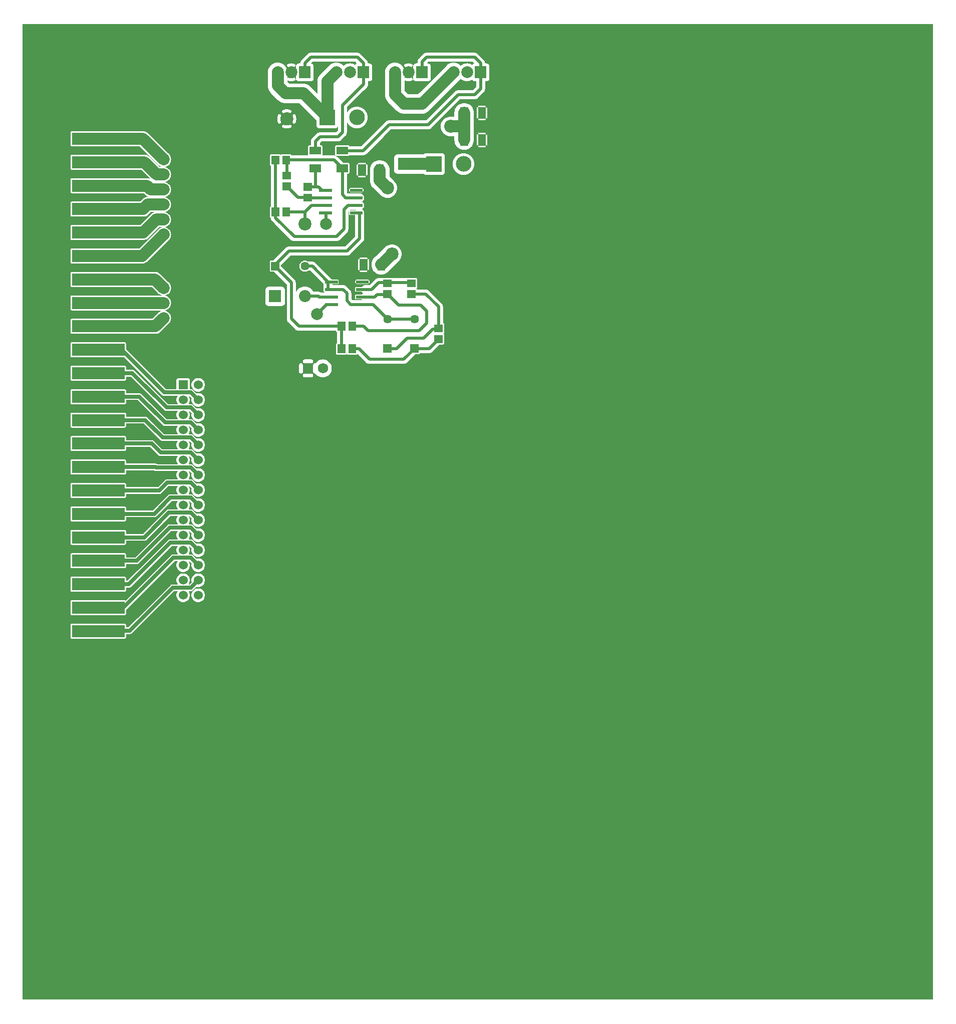
<source format=gtl>
G04 start of page 2 for group 3 layer_idx 0 *
G04 Title: (unknown), top_copper *
G04 Creator: pcb-rnd 2.3.2 *
G04 CreationDate: 2021-07-12 19:07:32 UTC *
G04 For:  *
G04 Format: Gerber/RS-274X *
G04 PCB-Dimensions: 1000000 1000000 *
G04 PCB-Coordinate-Origin: lower left *
%MOIN*%
%FSLAX25Y25*%
%LNTOP_COPPER_NONE_3*%
%ADD28C,0.0380*%
%ADD27C,0.0420*%
%ADD26C,0.0276*%
%ADD25C,0.0256*%
%ADD24C,0.0315*%
%ADD23C,0.0640*%
%ADD22C,0.0394*%
%ADD21C,0.0600*%
%ADD20C,0.0700*%
%ADD19C,0.0689*%
%ADD18C,0.0571*%
%ADD17C,0.1040*%
%ADD16C,0.0787*%
%ADD15C,0.0866*%
%ADD14C,0.0200*%
%ADD13C,0.0800*%
%ADD12C,0.0250*%
%ADD11C,0.0001*%
G54D11*G36*
X157992Y780600D02*X158215Y780546D01*
X158804Y780500D01*
X158215Y780454D01*
X157450Y780270D01*
X156723Y779969D01*
X156052Y779558D01*
X155464Y779036D01*
X151429Y775000D01*
X141748D01*
Y780600D01*
X157992D01*
G37*
G36*
X151229Y796200D02*X155003Y792426D01*
X155009Y792343D01*
X155009Y792343D01*
X155046Y792190D01*
X155106Y792045D01*
X155188Y791910D01*
X155291Y791791D01*
X155410Y791688D01*
X155545Y791606D01*
X155690Y791546D01*
X155843Y791509D01*
X155990Y791498D01*
X156052Y791442D01*
X156723Y791031D01*
X157450Y790730D01*
X157992Y790600D01*
X141748D01*
Y796200D01*
X151229D01*
G37*
G36*
X145204Y827400D02*X145400Y827385D01*
X146184Y827446D01*
X146185Y827446D01*
X146950Y827630D01*
X147677Y827931D01*
X148348Y828342D01*
X148946Y828854D01*
X149074Y829003D01*
X156071Y836000D01*
X158804D01*
X158215Y835954D01*
X157450Y835770D01*
X156723Y835469D01*
X156052Y835058D01*
X155454Y834546D01*
X155326Y834397D01*
X142729Y821800D01*
X141748D01*
Y827400D01*
X145204D01*
G37*
G36*
X145304Y843000D02*X145500Y842985D01*
X146284Y843046D01*
X146285Y843046D01*
X147050Y843230D01*
X147777Y843531D01*
X148448Y843942D01*
X149046Y844454D01*
X149174Y844603D01*
X150571Y846000D01*
X153804D01*
X153215Y845954D01*
X152450Y845770D01*
X151723Y845469D01*
X151052Y845058D01*
X150454Y844546D01*
X150326Y844397D01*
X143329Y837400D01*
X141748D01*
Y843000D01*
X145304D01*
G37*
G36*
X145829Y858600D02*X146826Y857603D01*
X146954Y857454D01*
X147552Y856943D01*
X147552Y856942D01*
X148223Y856531D01*
X148950Y856230D01*
X149715Y856046D01*
X150304Y856000D01*
X148696D01*
X148500Y856015D01*
X147715Y855954D01*
X146950Y855770D01*
X146223Y855469D01*
X145552Y855058D01*
X144954Y854546D01*
X144826Y854397D01*
X143429Y853000D01*
X141748D01*
Y858600D01*
X145829D01*
G37*
G36*
X144229Y874200D02*X150650Y867779D01*
X150177Y868069D01*
X149450Y868370D01*
X148685Y868554D01*
X148684Y868554D01*
X147900Y868615D01*
X147704Y868600D01*
X141748D01*
Y874200D01*
X144229D01*
G37*
G36*
X143129Y889800D02*X155003Y877926D01*
X155009Y877843D01*
X155009Y877843D01*
X155046Y877690D01*
X155106Y877545D01*
X155188Y877410D01*
X155291Y877291D01*
X155410Y877188D01*
X155545Y877106D01*
X155690Y877046D01*
X155843Y877009D01*
X155990Y876998D01*
X156052Y876942D01*
X156723Y876531D01*
X157450Y876230D01*
X158215Y876046D01*
X158804Y876000D01*
X156571D01*
X149974Y882597D01*
X149846Y882746D01*
X149248Y883258D01*
X148577Y883669D01*
X147850Y883970D01*
X147085Y884154D01*
X147084Y884154D01*
X146300Y884215D01*
X146104Y884200D01*
X141748D01*
Y889800D01*
X143129D01*
G37*
G36*
X164432Y623750D02*X168431D01*
X168348Y623653D01*
X167978Y623049D01*
X167707Y622395D01*
X167542Y621706D01*
X167486Y621000D01*
X167542Y620294D01*
X167707Y619605D01*
X167978Y618951D01*
X168348Y618347D01*
X168431Y618250D01*
X165588D01*
X165500Y618257D01*
X165147Y618229D01*
X164803Y618146D01*
X164475Y618011D01*
X164173Y617826D01*
X164173Y617826D01*
X163904Y617596D01*
X163847Y617529D01*
X141748Y595430D01*
Y601066D01*
X164432Y623750D01*
G37*
G36*
X142025Y611989D02*X142327Y612174D01*
X142596Y612404D01*
X142653Y612471D01*
X163932Y633750D01*
X168431D01*
X168348Y633653D01*
X167978Y633049D01*
X167707Y632395D01*
X167542Y631706D01*
X167486Y631000D01*
X167542Y630294D01*
X167707Y629605D01*
X167978Y628951D01*
X168348Y628347D01*
X168431Y628250D01*
X163588D01*
X163500Y628257D01*
X163147Y628229D01*
X162803Y628146D01*
X162475Y628011D01*
X162173Y627826D01*
X162173Y627826D01*
X161904Y627596D01*
X161847Y627529D01*
X141748Y607430D01*
Y611875D01*
X142025Y611989D01*
G37*
G36*
X146012Y627350D02*X146100Y627343D01*
X146453Y627371D01*
X146453Y627371D01*
X146797Y627454D01*
X147125Y627589D01*
X147427Y627774D01*
X147696Y628004D01*
X147753Y628071D01*
X163432Y643750D01*
X168431D01*
X168348Y643653D01*
X167978Y643049D01*
X167707Y642395D01*
X167542Y641706D01*
X167486Y641000D01*
X167542Y640294D01*
X167707Y639605D01*
X167978Y638951D01*
X168348Y638347D01*
X168431Y638250D01*
X163088D01*
X163000Y638257D01*
X162647Y638229D01*
X162303Y638146D01*
X161975Y638011D01*
X161673Y637826D01*
X161673Y637826D01*
X161404Y637596D01*
X161347Y637529D01*
X141748Y617930D01*
Y627350D01*
X146012D01*
G37*
G36*
X152612Y642950D02*X152700Y642943D01*
X153053Y642971D01*
X153053Y642971D01*
X153397Y643054D01*
X153725Y643189D01*
X154027Y643374D01*
X154296Y643604D01*
X154353Y643671D01*
X164432Y653750D01*
X168431D01*
X168348Y653653D01*
X167978Y653049D01*
X167707Y652395D01*
X167542Y651706D01*
X167486Y651000D01*
X167542Y650294D01*
X167707Y649605D01*
X167978Y648951D01*
X168348Y648347D01*
X168431Y648250D01*
X162588D01*
X162500Y648257D01*
X162147Y648229D01*
X161803Y648146D01*
X161475Y648011D01*
X161173Y647826D01*
X161173Y647826D01*
X160904Y647596D01*
X160847Y647529D01*
X145168Y631850D01*
X141748D01*
Y642950D01*
X152612D01*
G37*
G36*
X156212Y658550D02*X156300Y658543D01*
X156653Y658571D01*
X156653Y658571D01*
X156997Y658654D01*
X157325Y658789D01*
X157627Y658974D01*
X157896Y659204D01*
X157953Y659271D01*
X162432Y663750D01*
X168431D01*
X168348Y663653D01*
X167978Y663049D01*
X167707Y662395D01*
X167542Y661706D01*
X167486Y661000D01*
X167542Y660294D01*
X167707Y659605D01*
X167978Y658951D01*
X168348Y658347D01*
X168431Y658250D01*
X163588D01*
X163500Y658257D01*
X163147Y658229D01*
X162803Y658146D01*
X162475Y658011D01*
X162173Y657826D01*
X162173Y657826D01*
X161904Y657596D01*
X161847Y657529D01*
X151768Y647450D01*
X141748D01*
Y658550D01*
X156212D01*
G37*
G36*
X152713Y674150D02*X152861Y674059D01*
X152975Y673989D01*
X153303Y673854D01*
X153647Y673771D01*
X153647D01*
X154000Y673743D01*
X154088Y673750D01*
X168431D01*
X168348Y673653D01*
X167978Y673049D01*
X167707Y672395D01*
X167542Y671706D01*
X167486Y671000D01*
X167542Y670294D01*
X167707Y669605D01*
X167978Y668951D01*
X168348Y668347D01*
X168431Y668250D01*
X161588D01*
X161500Y668257D01*
X161147Y668229D01*
X160803Y668146D01*
X160475Y668011D01*
X160173Y667826D01*
X160173Y667826D01*
X159904Y667596D01*
X159847Y667529D01*
X155368Y663050D01*
X141748D01*
Y674150D01*
X152713D01*
G37*
G36*
X150068Y689750D02*X155347Y684471D01*
X155404Y684404D01*
X155673Y684174D01*
X155673Y684174D01*
X155861Y684059D01*
X155975Y683989D01*
X156303Y683854D01*
X156647Y683771D01*
X156647D01*
X157000Y683743D01*
X157088Y683750D01*
X168431D01*
X168348Y683653D01*
X167978Y683049D01*
X167707Y682395D01*
X167542Y681706D01*
X167486Y681000D01*
X167542Y680294D01*
X167707Y679605D01*
X167978Y678951D01*
X168348Y678347D01*
X168431Y678250D01*
X154887D01*
X154786Y678312D01*
X154625Y678411D01*
X154393Y678507D01*
X154297Y678546D01*
X153953Y678629D01*
X153600Y678657D01*
X153512Y678650D01*
X141748D01*
Y689750D01*
X150068D01*
G37*
G36*
X145968Y705350D02*X156847Y694471D01*
X156904Y694404D01*
X157173Y694174D01*
X157173Y694174D01*
X157361Y694059D01*
X157475Y693989D01*
X157803Y693854D01*
X158147Y693771D01*
X158147D01*
X158500Y693743D01*
X158588Y693750D01*
X168431D01*
X168348Y693653D01*
X167978Y693049D01*
X167707Y692395D01*
X167542Y691706D01*
X167486Y691000D01*
X167542Y690294D01*
X167707Y689605D01*
X167978Y688951D01*
X168348Y688347D01*
X168431Y688250D01*
X157932D01*
X152653Y693529D01*
X152596Y693596D01*
X152327Y693826D01*
X152327Y693826D01*
X152212Y693896D01*
X152025Y694011D01*
X151793Y694107D01*
X151697Y694146D01*
X151353Y694229D01*
X151000Y694257D01*
X150912Y694250D01*
X141748D01*
Y705350D01*
X145968D01*
G37*
G36*
X141868Y720950D02*X158347Y704471D01*
X158404Y704404D01*
X158673Y704174D01*
X158673Y704174D01*
X158975Y703989D01*
X159303Y703854D01*
X159647Y703771D01*
X160000Y703743D01*
X160088Y703750D01*
X168431D01*
X168348Y703653D01*
X167978Y703049D01*
X167707Y702395D01*
X167542Y701706D01*
X167486Y701000D01*
X167542Y700294D01*
X167707Y699605D01*
X167978Y698951D01*
X168348Y698347D01*
X168431Y698250D01*
X159432D01*
X148553Y709129D01*
X148496Y709196D01*
X148227Y709426D01*
X147925Y709611D01*
X147597Y709746D01*
X147253Y709829D01*
X147253Y709829D01*
X146900Y709857D01*
X146812Y709850D01*
X141748D01*
Y720950D01*
X141868D01*
G37*
G36*
X159347Y714471D02*X159404Y714404D01*
X159673Y714174D01*
X159673Y714174D01*
X159975Y713989D01*
X160303Y713854D01*
X160647Y713771D01*
X161000Y713743D01*
X161088Y713750D01*
X168431D01*
X168348Y713653D01*
X167978Y713049D01*
X167707Y712395D01*
X167542Y711706D01*
X167486Y711000D01*
X167542Y710294D01*
X167707Y709605D01*
X167978Y708951D01*
X168348Y708347D01*
X168431Y708250D01*
X160932D01*
X144453Y724729D01*
X144396Y724796D01*
X144127Y725026D01*
X143825Y725211D01*
X143497Y725346D01*
X143153Y725429D01*
X143153Y725429D01*
X142800Y725457D01*
X142712Y725450D01*
X141748D01*
Y732070D01*
X159347Y714471D01*
G37*
G36*
X157847Y724471D02*X157904Y724404D01*
X158173Y724174D01*
X158173Y724174D01*
X158361Y724059D01*
X158475Y723989D01*
X158803Y723854D01*
X159147Y723771D01*
X159147D01*
X159500Y723743D01*
X159588Y723750D01*
X168431D01*
X168348Y723653D01*
X167978Y723049D01*
X167707Y722395D01*
X167542Y721706D01*
X167486Y721000D01*
X167542Y720294D01*
X167707Y719605D01*
X167978Y718951D01*
X168348Y718347D01*
X168431Y718250D01*
X161932D01*
X141748Y738434D01*
Y740570D01*
X157847Y724471D01*
G37*
G36*
X287250Y798500D02*X287211Y798498D01*
X287210Y798497D01*
Y798500D01*
X287250D01*
G37*
G36*
X287211Y800502D02*X287250Y800500D01*
X287210D01*
Y800503D01*
X287211Y800502D01*
G37*
G36*
X287263Y847500D02*X287210Y847438D01*
Y847500D01*
X287263D01*
G37*
G36*
X287833Y944924D02*X287765Y944918D01*
X287765Y944918D01*
X287459Y944845D01*
X287210Y944742D01*
Y945548D01*
X287833Y944924D01*
G37*
G36*
X290901Y788000D02*X291065Y787731D01*
X291263Y787500D01*
X287210D01*
Y788000D01*
X290901D01*
G37*
G36*
X290901Y793000D02*X291065Y792731D01*
X291372Y792372D01*
X291731Y792065D01*
X291838Y792000D01*
X291731Y791935D01*
X291372Y791628D01*
X291065Y791269D01*
X290901Y791000D01*
X287210D01*
Y793000D01*
X290901D01*
G37*
G36*
X330730Y911500D02*X330984Y911480D01*
X332004Y911560D01*
X332004Y911560D01*
X332999Y911799D01*
X333944Y912191D01*
X334817Y912725D01*
X335595Y913390D01*
X335761Y913584D01*
X356580Y934404D01*
X356865Y934724D01*
X357500Y934182D01*
X358296Y933694D01*
X359160Y933336D01*
X360068Y933118D01*
X361000Y933045D01*
X361932Y933118D01*
X362840Y933336D01*
X363704Y933694D01*
X364335Y934081D01*
X364456Y933884D01*
X364660Y933644D01*
X364900Y933440D01*
X365168Y933275D01*
X365459Y933155D01*
X365765Y933082D01*
X366079Y933057D01*
X366157Y933063D01*
X367000D01*
Y929243D01*
X364757Y927000D01*
X355118D01*
X355000Y927009D01*
X354529Y926972D01*
X354070Y926862D01*
X353634Y926681D01*
X353231Y926435D01*
X353231Y926434D01*
X352872Y926128D01*
X352796Y926038D01*
X333757Y907000D01*
X329343D01*
Y911500D01*
X330730D01*
G37*
G36*
X334874Y933063D02*X334953Y933057D01*
X335266Y933082D01*
X335267Y933082D01*
X335573Y933155D01*
X335864Y933275D01*
X336132Y933440D01*
X336371Y933644D01*
X336576Y933884D01*
X336740Y934152D01*
X336861Y934443D01*
X336934Y934749D01*
X336959Y935063D01*
X336953Y935141D01*
Y942859D01*
X336959Y942937D01*
X336934Y943251D01*
X336934Y943251D01*
X336861Y943557D01*
X336740Y943848D01*
X336576Y944116D01*
X336371Y944356D01*
X336132Y944560D01*
X335864Y944725D01*
X335573Y944845D01*
X335267Y944918D01*
X334953Y944943D01*
X334874Y944937D01*
X334180D01*
X335243Y946000D01*
X364757D01*
X365833Y944924D01*
X365765Y944918D01*
X365765Y944918D01*
X365459Y944845D01*
X365168Y944725D01*
X364900Y944560D01*
X364660Y944356D01*
X364456Y944116D01*
X364335Y943919D01*
X363704Y944306D01*
X362840Y944664D01*
X361932Y944882D01*
X361000Y944955D01*
X360068Y944882D01*
X359160Y944664D01*
X358296Y944306D01*
X357500Y943818D01*
X356874Y943284D01*
X356595Y943610D01*
X355817Y944275D01*
X354944Y944809D01*
X353999Y945201D01*
X353004Y945440D01*
X351984Y945520D01*
X350964Y945440D01*
X349969Y945201D01*
X349024Y944809D01*
X348152Y944275D01*
X347388Y943596D01*
X329343Y925551D01*
Y933063D01*
X334874D01*
G37*
G36*
X671300Y971000D02*Y322000D01*
X370905D01*
Y889260D01*
X372964D01*
X373042Y889265D01*
X373119Y889283D01*
X373192Y889313D01*
X373259Y889354D01*
X373319Y889405D01*
X373370Y889465D01*
X373411Y889532D01*
X373441Y889605D01*
X373459Y889682D01*
X373466Y889760D01*
X373459Y889838D01*
X373441Y889915D01*
X373411Y889988D01*
X373370Y890055D01*
X373319Y890115D01*
X373259Y890166D01*
X373192Y890207D01*
X373119Y890237D01*
X373042Y890255D01*
X372964Y890260D01*
X373464D01*
Y890760D01*
X373469Y890682D01*
X373487Y890605D01*
X373517Y890532D01*
X373558Y890465D01*
X373609Y890405D01*
X373669Y890354D01*
X373736Y890313D01*
X373809Y890283D01*
X373886Y890265D01*
X373964Y890258D01*
X374042Y890265D01*
X374119Y890283D01*
X374192Y890313D01*
X374259Y890354D01*
X374319Y890405D01*
X374370Y890465D01*
X374411Y890532D01*
X374441Y890605D01*
X374459Y890682D01*
X374464Y890760D01*
Y897240D01*
X374459Y897318D01*
X374441Y897395D01*
X374411Y897468D01*
X374370Y897535D01*
X374319Y897595D01*
X374259Y897646D01*
X374192Y897687D01*
X374119Y897717D01*
X374042Y897735D01*
X373964Y897742D01*
X373886Y897735D01*
X373809Y897717D01*
X373736Y897687D01*
X373669Y897646D01*
X373609Y897595D01*
X373558Y897535D01*
X373517Y897468D01*
X373487Y897395D01*
X373469Y897318D01*
X373464Y897240D01*
Y897740D01*
X372964D01*
X373042Y897745D01*
X373119Y897763D01*
X373192Y897793D01*
X373259Y897834D01*
X373319Y897885D01*
X373370Y897945D01*
X373411Y898012D01*
X373441Y898085D01*
X373459Y898162D01*
X373466Y898240D01*
X373459Y898318D01*
X373441Y898395D01*
X373411Y898468D01*
X373370Y898535D01*
X373319Y898595D01*
X373259Y898646D01*
X373192Y898687D01*
X373119Y898717D01*
X373042Y898735D01*
X372964Y898740D01*
X370905D01*
Y907260D01*
X372964D01*
X373042Y907265D01*
X373119Y907283D01*
X373192Y907313D01*
X373259Y907354D01*
X373319Y907405D01*
X373370Y907465D01*
X373411Y907532D01*
X373441Y907605D01*
X373459Y907682D01*
X373466Y907760D01*
X373459Y907838D01*
X373441Y907915D01*
X373411Y907988D01*
X373370Y908055D01*
X373319Y908115D01*
X373259Y908166D01*
X373192Y908207D01*
X373119Y908237D01*
X373042Y908255D01*
X372964Y908260D01*
X373464D01*
Y908760D01*
X373469Y908682D01*
X373487Y908605D01*
X373517Y908532D01*
X373558Y908465D01*
X373609Y908405D01*
X373669Y908354D01*
X373736Y908313D01*
X373809Y908283D01*
X373886Y908265D01*
X373964Y908258D01*
X374042Y908265D01*
X374119Y908283D01*
X374192Y908313D01*
X374259Y908354D01*
X374319Y908405D01*
X374370Y908465D01*
X374411Y908532D01*
X374441Y908605D01*
X374459Y908682D01*
X374464Y908760D01*
Y915240D01*
X374459Y915318D01*
X374441Y915395D01*
X374411Y915468D01*
X374370Y915535D01*
X374319Y915595D01*
X374259Y915646D01*
X374192Y915687D01*
X374119Y915717D01*
X374042Y915735D01*
X373964Y915742D01*
X373886Y915735D01*
X373809Y915717D01*
X373736Y915687D01*
X373669Y915646D01*
X373609Y915595D01*
X373558Y915535D01*
X373517Y915468D01*
X373487Y915395D01*
X373469Y915318D01*
X373464Y915240D01*
Y915740D01*
X372964D01*
X373042Y915745D01*
X373119Y915763D01*
X373192Y915793D01*
X373259Y915834D01*
X373319Y915885D01*
X373370Y915945D01*
X373411Y916012D01*
X373441Y916085D01*
X373459Y916162D01*
X373466Y916240D01*
X373459Y916318D01*
X373441Y916395D01*
X373411Y916468D01*
X373370Y916535D01*
X373319Y916595D01*
X373259Y916646D01*
X373192Y916687D01*
X373119Y916717D01*
X373042Y916735D01*
X372964Y916740D01*
X370905D01*
Y924662D01*
X372038Y925796D01*
X372128Y925872D01*
X372434Y926231D01*
X372435Y926231D01*
X372681Y926634D01*
X372862Y927070D01*
X372972Y927529D01*
X373009Y928000D01*
X373000Y928118D01*
Y933063D01*
X373874D01*
X373953Y933057D01*
X374266Y933082D01*
X374267Y933082D01*
X374573Y933155D01*
X374864Y933275D01*
X375132Y933440D01*
X375371Y933644D01*
X375576Y933884D01*
X375740Y934152D01*
X375861Y934443D01*
X375934Y934749D01*
X375959Y935063D01*
X375953Y935141D01*
Y942859D01*
X375959Y942937D01*
X375934Y943251D01*
X375934Y943251D01*
X375861Y943557D01*
X375740Y943848D01*
X375576Y944116D01*
X375371Y944356D01*
X375132Y944560D01*
X374864Y944725D01*
X374573Y944845D01*
X374267Y944918D01*
X373953Y944943D01*
X373874Y944937D01*
X373004D01*
X373009Y945000D01*
X372972Y945471D01*
X372862Y945930D01*
X372681Y946366D01*
X372435Y946769D01*
X372128Y947128D01*
X372038Y947204D01*
X370905Y948338D01*
Y971000D01*
X671300D01*
G37*
G36*
X358674Y322000D02*Y870779D01*
X358685Y870778D01*
X359815Y870867D01*
X360917Y871131D01*
X361964Y871565D01*
X362930Y872157D01*
X363792Y872893D01*
X364528Y873755D01*
X365120Y874721D01*
X365554Y875768D01*
X365818Y876870D01*
X365885Y878000D01*
X365818Y879130D01*
X365554Y880232D01*
X365120Y881279D01*
X364528Y882245D01*
X363792Y883107D01*
X362930Y883843D01*
X361964Y884435D01*
X360917Y884869D01*
X359815Y885133D01*
X358685Y885222D01*
X358674Y885221D01*
Y887513D01*
X359095Y887480D01*
X360115Y887560D01*
X361110Y887799D01*
X362055Y888191D01*
X362927Y888725D01*
X363705Y889390D01*
X364370Y890168D01*
X364904Y891040D01*
X365296Y891985D01*
X365535Y892980D01*
X365595Y894000D01*
Y912000D01*
X365535Y913020D01*
X365296Y914015D01*
X364904Y914960D01*
X364370Y915832D01*
X363705Y916610D01*
X362927Y917275D01*
X362055Y917809D01*
X361110Y918201D01*
X360115Y918440D01*
X359095Y918520D01*
X358674Y918487D01*
Y921000D01*
X365882D01*
X366000Y920991D01*
X366470Y921028D01*
X366471Y921028D01*
X366930Y921138D01*
X367366Y921319D01*
X367769Y921565D01*
X368128Y921872D01*
X368205Y921962D01*
X370905Y924662D01*
Y916740D01*
X368846D01*
X368768Y916735D01*
X368691Y916717D01*
X368618Y916687D01*
X368551Y916646D01*
X368491Y916595D01*
X368440Y916535D01*
X368399Y916468D01*
X368369Y916395D01*
X368351Y916318D01*
X368344Y916240D01*
X368351Y916162D01*
X368369Y916085D01*
X368399Y916012D01*
X368440Y915945D01*
X368491Y915885D01*
X368551Y915834D01*
X368618Y915793D01*
X368691Y915763D01*
X368768Y915745D01*
X368846Y915740D01*
X368346D01*
Y915240D01*
X368341Y915318D01*
X368323Y915395D01*
X368293Y915468D01*
X368252Y915535D01*
X368201Y915595D01*
X368141Y915646D01*
X368074Y915687D01*
X368001Y915717D01*
X367924Y915735D01*
X367846Y915742D01*
X367768Y915735D01*
X367691Y915717D01*
X367618Y915687D01*
X367551Y915646D01*
X367491Y915595D01*
X367440Y915535D01*
X367399Y915468D01*
X367369Y915395D01*
X367351Y915318D01*
X367346Y915240D01*
Y908760D01*
X367351Y908682D01*
X367369Y908605D01*
X367399Y908532D01*
X367440Y908465D01*
X367491Y908405D01*
X367551Y908354D01*
X367618Y908313D01*
X367691Y908283D01*
X367768Y908265D01*
X367846Y908258D01*
X367924Y908265D01*
X368001Y908283D01*
X368074Y908313D01*
X368141Y908354D01*
X368201Y908405D01*
X368252Y908465D01*
X368293Y908532D01*
X368323Y908605D01*
X368341Y908682D01*
X368346Y908760D01*
Y908260D01*
X368846D01*
X368768Y908255D01*
X368691Y908237D01*
X368618Y908207D01*
X368551Y908166D01*
X368491Y908115D01*
X368440Y908055D01*
X368399Y907988D01*
X368369Y907915D01*
X368351Y907838D01*
X368344Y907760D01*
X368351Y907682D01*
X368369Y907605D01*
X368399Y907532D01*
X368440Y907465D01*
X368491Y907405D01*
X368551Y907354D01*
X368618Y907313D01*
X368691Y907283D01*
X368768Y907265D01*
X368846Y907260D01*
X370905D01*
Y898740D01*
X368846D01*
X368768Y898735D01*
X368691Y898717D01*
X368618Y898687D01*
X368551Y898646D01*
X368491Y898595D01*
X368440Y898535D01*
X368399Y898468D01*
X368369Y898395D01*
X368351Y898318D01*
X368344Y898240D01*
X368351Y898162D01*
X368369Y898085D01*
X368399Y898012D01*
X368440Y897945D01*
X368491Y897885D01*
X368551Y897834D01*
X368618Y897793D01*
X368691Y897763D01*
X368768Y897745D01*
X368846Y897740D01*
X368346D01*
Y897240D01*
X368341Y897318D01*
X368323Y897395D01*
X368293Y897468D01*
X368252Y897535D01*
X368201Y897595D01*
X368141Y897646D01*
X368074Y897687D01*
X368001Y897717D01*
X367924Y897735D01*
X367846Y897742D01*
X367768Y897735D01*
X367691Y897717D01*
X367618Y897687D01*
X367551Y897646D01*
X367491Y897595D01*
X367440Y897535D01*
X367399Y897468D01*
X367369Y897395D01*
X367351Y897318D01*
X367346Y897240D01*
Y890760D01*
X367351Y890682D01*
X367369Y890605D01*
X367399Y890532D01*
X367440Y890465D01*
X367491Y890405D01*
X367551Y890354D01*
X367618Y890313D01*
X367691Y890283D01*
X367768Y890265D01*
X367846Y890258D01*
X367924Y890265D01*
X368001Y890283D01*
X368074Y890313D01*
X368141Y890354D01*
X368201Y890405D01*
X368252Y890465D01*
X368293Y890532D01*
X368323Y890605D01*
X368341Y890682D01*
X368346Y890760D01*
Y890260D01*
X368846D01*
X368768Y890255D01*
X368691Y890237D01*
X368618Y890207D01*
X368551Y890166D01*
X368491Y890115D01*
X368440Y890055D01*
X368399Y889988D01*
X368369Y889915D01*
X368351Y889838D01*
X368344Y889760D01*
X368351Y889682D01*
X368369Y889605D01*
X368399Y889532D01*
X368440Y889465D01*
X368491Y889405D01*
X368551Y889354D01*
X368618Y889313D01*
X368691Y889283D01*
X368768Y889265D01*
X368846Y889260D01*
X370905D01*
Y322000D01*
X358674D01*
G37*
G36*
X370905Y971000D02*Y948338D01*
X368204Y951038D01*
X368128Y951128D01*
X367769Y951435D01*
X367366Y951681D01*
X366930Y951862D01*
X366471Y951972D01*
X366000Y952009D01*
X365882Y952000D01*
X358674D01*
Y971000D01*
X370905D01*
G37*
G36*
X329343Y322000D02*Y751685D01*
X329413Y751745D01*
X329493Y751839D01*
X329558Y751945D01*
X329606Y752059D01*
X329629Y752157D01*
X335583D01*
X335700Y752148D01*
X336171Y752185D01*
X336171Y752185D01*
X336630Y752296D01*
X337067Y752476D01*
X337469Y752723D01*
X337828Y753030D01*
X337905Y753119D01*
X342684Y757898D01*
X344913D01*
X344952Y757895D01*
X345109Y757907D01*
X345262Y757944D01*
X345407Y758004D01*
X345542Y758086D01*
X345661Y758189D01*
X345764Y758308D01*
X345846Y758443D01*
X345906Y758588D01*
X345943Y758741D01*
X345955Y758898D01*
X345952Y758937D01*
Y763977D01*
X345955Y764016D01*
X345943Y764173D01*
X345943Y764173D01*
X345906Y764326D01*
X345846Y764471D01*
X345764Y764606D01*
X345661Y764725D01*
X345542Y764828D01*
X345407Y764910D01*
X345262Y764970D01*
X345137Y765000D01*
X345262Y765030D01*
X345407Y765090D01*
X345542Y765172D01*
X345661Y765275D01*
X345764Y765394D01*
X345846Y765529D01*
X345906Y765674D01*
X345943Y765827D01*
X345955Y765984D01*
X345952Y766023D01*
Y771063D01*
X345955Y771102D01*
X345943Y771259D01*
X345943Y771259D01*
X345906Y771412D01*
X345846Y771557D01*
X345764Y771692D01*
X345661Y771811D01*
X345542Y771914D01*
X345407Y771996D01*
X345262Y772056D01*
X345109Y772093D01*
X345000Y772101D01*
Y782882D01*
X345009Y783000D01*
X344972Y783471D01*
X344972Y783471D01*
X344862Y783930D01*
X344681Y784366D01*
X344435Y784769D01*
X344128Y785128D01*
X344038Y785204D01*
X335747Y793495D01*
X335671Y793585D01*
X335312Y793892D01*
X334909Y794138D01*
X334473Y794319D01*
X334014Y794429D01*
X334014Y794429D01*
X333543Y794466D01*
X333425Y794457D01*
X329343D01*
Y871500D01*
X332280D01*
X332381Y871381D01*
X332621Y871177D01*
X332889Y871012D01*
X333180Y870892D01*
X333486Y870819D01*
X333800Y870794D01*
X333878Y870800D01*
X344122D01*
X344200Y870794D01*
X344514Y870819D01*
X344514Y870819D01*
X344820Y870892D01*
X345111Y871012D01*
X345379Y871177D01*
X345619Y871381D01*
X345823Y871621D01*
X345988Y871889D01*
X346108Y872180D01*
X346181Y872486D01*
X346206Y872800D01*
X346200Y872878D01*
Y883122D01*
X346206Y883200D01*
X346181Y883514D01*
X346181Y883514D01*
X346108Y883820D01*
X345988Y884111D01*
X345823Y884379D01*
X345619Y884619D01*
X345379Y884823D01*
X345111Y884988D01*
X344820Y885108D01*
X344514Y885181D01*
X344200Y885206D01*
X344122Y885200D01*
X333878D01*
X333800Y885206D01*
X333486Y885181D01*
X333486Y885181D01*
X333180Y885108D01*
X332889Y884988D01*
X332621Y884823D01*
X332381Y884619D01*
X332280Y884500D01*
X329343D01*
Y901000D01*
X334882D01*
X335000Y900991D01*
X335471Y901028D01*
X335471Y901028D01*
X335930Y901138D01*
X336366Y901319D01*
X336769Y901565D01*
X337128Y901872D01*
X337204Y901962D01*
X356243Y921000D01*
X358674D01*
Y918487D01*
X358075Y918440D01*
X357080Y918201D01*
X356135Y917809D01*
X355263Y917275D01*
X354485Y916610D01*
X353820Y915832D01*
X353286Y914960D01*
X352894Y914015D01*
X352655Y913020D01*
X352595Y912000D01*
Y909500D01*
X350000D01*
X348980Y909440D01*
X347985Y909201D01*
X347040Y908809D01*
X346168Y908275D01*
X345390Y907610D01*
X344725Y906832D01*
X344191Y905960D01*
X343799Y905015D01*
X343560Y904020D01*
X343480Y903000D01*
X343560Y901980D01*
X343799Y900985D01*
X344191Y900040D01*
X344725Y899168D01*
X345390Y898390D01*
X346168Y897725D01*
X347040Y897191D01*
X347985Y896799D01*
X348980Y896560D01*
X350000Y896500D01*
X352595D01*
Y894000D01*
X352655Y892980D01*
X352894Y891985D01*
X353286Y891040D01*
X353820Y890168D01*
X354485Y889390D01*
X355263Y888725D01*
X356135Y888191D01*
X357080Y887799D01*
X358075Y887560D01*
X358674Y887513D01*
Y885221D01*
X357555Y885133D01*
X356453Y884869D01*
X355406Y884435D01*
X354440Y883843D01*
X353578Y883107D01*
X352842Y882245D01*
X352250Y881279D01*
X351816Y880232D01*
X351552Y879130D01*
X351463Y878000D01*
X351552Y876870D01*
X351816Y875768D01*
X352250Y874721D01*
X352842Y873755D01*
X353578Y872893D01*
X354440Y872157D01*
X355406Y871565D01*
X356453Y871131D01*
X357555Y870867D01*
X358674Y870779D01*
Y322000D01*
X329343D01*
G37*
G36*
X358674Y971000D02*Y952000D01*
X334118D01*
X334000Y952009D01*
X333529Y951972D01*
X333070Y951862D01*
X332634Y951681D01*
X332231Y951435D01*
X332231Y951434D01*
X331872Y951128D01*
X331796Y951038D01*
X329343Y948586D01*
Y971000D01*
X358674D01*
G37*
G36*
X327852Y794457D02*X327846Y794471D01*
X327764Y794606D01*
X327661Y794725D01*
X327542Y794828D01*
X327407Y794910D01*
X327262Y794970D01*
X327137Y795000D01*
X327262Y795030D01*
X327407Y795090D01*
X327542Y795172D01*
X327661Y795275D01*
X327764Y795394D01*
X327846Y795529D01*
X327906Y795674D01*
X327943Y795827D01*
X327955Y795984D01*
X327952Y796023D01*
Y801063D01*
X327955Y801102D01*
X327943Y801259D01*
X327943Y801259D01*
X327906Y801412D01*
X327846Y801557D01*
X327764Y801692D01*
X327661Y801811D01*
X327542Y801914D01*
X327407Y801996D01*
X327262Y802056D01*
X327109Y802093D01*
X326952Y802105D01*
X326913Y802102D01*
X321087D01*
X321048Y802105D01*
X320891Y802093D01*
X320738Y802056D01*
X320603Y802000D01*
X311397D01*
X311262Y802056D01*
X311109Y802093D01*
X310952Y802105D01*
X310913Y802102D01*
X305452D01*
Y804664D01*
X306015Y804799D01*
X306960Y805191D01*
X307832Y805725D01*
X308610Y806390D01*
X308776Y806584D01*
X315596Y813404D01*
X316275Y814168D01*
X316809Y815040D01*
X317201Y815985D01*
X317440Y816980D01*
X317520Y818000D01*
X317440Y819020D01*
X317201Y820015D01*
X316809Y820960D01*
X316275Y821832D01*
X315610Y822610D01*
X314832Y823275D01*
X313960Y823809D01*
X313015Y824201D01*
X312020Y824440D01*
X311000Y824520D01*
X309980Y824440D01*
X308985Y824201D01*
X308040Y823809D01*
X307168Y823275D01*
X306404Y822596D01*
X305452Y821645D01*
Y856020D01*
X305985Y855799D01*
X306980Y855560D01*
X308000Y855480D01*
X309020Y855560D01*
X310015Y855799D01*
X310960Y856191D01*
X311832Y856725D01*
X312610Y857390D01*
X313275Y858168D01*
X313809Y859040D01*
X314201Y859985D01*
X314440Y860980D01*
X314520Y862000D01*
X314440Y863020D01*
X314201Y864015D01*
X313809Y864960D01*
X313275Y865832D01*
X312596Y866596D01*
X309405Y869787D01*
Y874000D01*
X309345Y875020D01*
X309106Y876015D01*
X308714Y876960D01*
X308180Y877832D01*
X307515Y878610D01*
X306737Y879275D01*
X305865Y879809D01*
X305452Y879980D01*
Y896210D01*
X310243Y901000D01*
X329343D01*
Y884500D01*
X323098D01*
X323000Y884508D01*
X322902Y884500D01*
X319000D01*
X319000Y884500D01*
X315098D01*
X315000Y884508D01*
X314608Y884477D01*
X314608Y884477D01*
X314225Y884385D01*
X313862Y884234D01*
X313526Y884029D01*
X313227Y883773D01*
X312971Y883474D01*
X312766Y883138D01*
X312615Y882775D01*
X312523Y882392D01*
X312492Y882000D01*
X312500Y881902D01*
Y878255D01*
X312480Y878000D01*
X312500Y877745D01*
Y874098D01*
X312492Y874000D01*
X312523Y873608D01*
X312523Y873608D01*
X312615Y873225D01*
X312766Y872862D01*
X312971Y872526D01*
X313227Y872227D01*
X313526Y871971D01*
X313862Y871766D01*
X314225Y871615D01*
X314608Y871523D01*
X315000Y871492D01*
X315098Y871500D01*
X319000D01*
X319000Y871500D01*
X322902D01*
X323000Y871492D01*
X323098Y871500D01*
X329343D01*
Y794457D01*
X327852D01*
G37*
G36*
X305087Y802102D02*X305048Y802105D01*
X304891Y802093D01*
X304738Y802056D01*
X304603Y802000D01*
X302118D01*
X302000Y802009D01*
X301529Y801972D01*
X301070Y801862D01*
X300634Y801681D01*
X300231Y801435D01*
X300231Y801434D01*
X299872Y801128D01*
X299796Y801038D01*
X296257Y797500D01*
X293500D01*
X293029Y797472D01*
X292570Y797362D01*
X292134Y797181D01*
X292095Y797157D01*
Y798000D01*
X295250D01*
X295289Y798002D01*
X295327Y798012D01*
X295364Y798027D01*
X295397Y798047D01*
X295427Y798073D01*
X295453Y798103D01*
X295473Y798136D01*
X295489Y798173D01*
X295498Y798211D01*
X295501Y798250D01*
X295498Y798289D01*
X295489Y798327D01*
X295473Y798364D01*
X295453Y798397D01*
X295427Y798427D01*
X295397Y798453D01*
X295364Y798473D01*
X295327Y798489D01*
X295289Y798498D01*
X295250Y798500D01*
X295500D01*
Y798750D01*
X295502Y798711D01*
X295511Y798673D01*
X295527Y798636D01*
X295547Y798603D01*
X295573Y798573D01*
X295603Y798547D01*
X295636Y798527D01*
X295673Y798511D01*
X295711Y798502D01*
X295750Y798499D01*
X295789Y798502D01*
X295827Y798511D01*
X295864Y798527D01*
X295897Y798547D01*
X295927Y798573D01*
X295953Y798603D01*
X295973Y798636D01*
X295988Y798673D01*
X295998Y798711D01*
X296000Y798750D01*
Y800250D01*
X295998Y800289D01*
X295988Y800328D01*
X295973Y800364D01*
X295953Y800397D01*
X295927Y800427D01*
X295897Y800453D01*
X295864Y800473D01*
X295827Y800489D01*
X295789Y800498D01*
X295750Y800501D01*
X295711Y800498D01*
X295672Y800489D01*
X295636Y800473D01*
X295603Y800453D01*
X295573Y800427D01*
X295547Y800397D01*
X295527Y800364D01*
X295511Y800328D01*
X295502Y800289D01*
X295500Y800250D01*
Y800500D01*
X295250D01*
X295289Y800502D01*
X295327Y800512D01*
X295364Y800527D01*
X295397Y800547D01*
X295427Y800573D01*
X295453Y800603D01*
X295473Y800636D01*
X295488Y800673D01*
X295498Y800711D01*
X295501Y800750D01*
X295498Y800789D01*
X295488Y800827D01*
X295473Y800864D01*
X295453Y800897D01*
X295427Y800927D01*
X295397Y800953D01*
X295364Y800973D01*
X295327Y800988D01*
X295289Y800998D01*
X295250Y801000D01*
X292095D01*
Y806260D01*
X294154D01*
X294232Y806265D01*
X294309Y806283D01*
X294382Y806313D01*
X294449Y806354D01*
X294509Y806405D01*
X294560Y806465D01*
X294601Y806532D01*
X294631Y806605D01*
X294649Y806682D01*
X294656Y806760D01*
X294649Y806838D01*
X294631Y806915D01*
X294601Y806988D01*
X294560Y807055D01*
X294509Y807115D01*
X294449Y807166D01*
X294382Y807207D01*
X294309Y807237D01*
X294232Y807255D01*
X294154Y807260D01*
X294654D01*
Y807760D01*
X294659Y807682D01*
X294677Y807605D01*
X294707Y807532D01*
X294748Y807465D01*
X294799Y807405D01*
X294859Y807354D01*
X294926Y807313D01*
X294999Y807283D01*
X295076Y807265D01*
X295154Y807258D01*
X295232Y807265D01*
X295309Y807283D01*
X295382Y807313D01*
X295449Y807354D01*
X295509Y807405D01*
X295560Y807465D01*
X295601Y807532D01*
X295631Y807605D01*
X295649Y807682D01*
X295654Y807760D01*
Y814240D01*
X295649Y814318D01*
X295631Y814395D01*
X295601Y814468D01*
X295560Y814535D01*
X295509Y814595D01*
X295449Y814646D01*
X295382Y814687D01*
X295309Y814717D01*
X295232Y814735D01*
X295154Y814742D01*
X295076Y814735D01*
X294999Y814717D01*
X294926Y814687D01*
X294859Y814646D01*
X294799Y814595D01*
X294748Y814535D01*
X294707Y814468D01*
X294677Y814395D01*
X294659Y814318D01*
X294654Y814240D01*
Y814740D01*
X294154D01*
X294232Y814745D01*
X294309Y814763D01*
X294382Y814793D01*
X294449Y814834D01*
X294509Y814885D01*
X294560Y814945D01*
X294601Y815012D01*
X294631Y815085D01*
X294649Y815162D01*
X294656Y815240D01*
X294649Y815318D01*
X294631Y815395D01*
X294601Y815468D01*
X294560Y815535D01*
X294509Y815595D01*
X294449Y815646D01*
X294382Y815687D01*
X294309Y815717D01*
X294232Y815735D01*
X294154Y815740D01*
X292095D01*
Y826993D01*
X292181Y827134D01*
X292362Y827570D01*
X292472Y828029D01*
X292509Y828500D01*
X292500Y828618D01*
Y845500D01*
X292472Y845971D01*
X292362Y846430D01*
X292181Y846866D01*
X292095Y847007D01*
Y848993D01*
X292181Y849134D01*
X292362Y849570D01*
X292472Y850029D01*
X292509Y850500D01*
X292472Y850971D01*
X292362Y851430D01*
X292181Y851866D01*
X292095Y852007D01*
Y853993D01*
X292181Y854134D01*
X292362Y854570D01*
X292472Y855029D01*
X292509Y855500D01*
X292472Y855971D01*
X292362Y856430D01*
X292181Y856866D01*
X292095Y857007D01*
Y869260D01*
X293154D01*
X293232Y869265D01*
X293309Y869283D01*
X293382Y869313D01*
X293449Y869354D01*
X293509Y869405D01*
X293560Y869465D01*
X293601Y869532D01*
X293631Y869605D01*
X293649Y869682D01*
X293656Y869760D01*
X293649Y869838D01*
X293631Y869915D01*
X293601Y869988D01*
X293560Y870055D01*
X293509Y870115D01*
X293449Y870166D01*
X293382Y870207D01*
X293309Y870237D01*
X293232Y870255D01*
X293154Y870260D01*
X293654D01*
Y870760D01*
X293659Y870682D01*
X293677Y870605D01*
X293707Y870532D01*
X293748Y870465D01*
X293799Y870405D01*
X293859Y870354D01*
X293926Y870313D01*
X293999Y870283D01*
X294076Y870265D01*
X294154Y870258D01*
X294232Y870265D01*
X294309Y870283D01*
X294382Y870313D01*
X294449Y870354D01*
X294509Y870405D01*
X294560Y870465D01*
X294601Y870532D01*
X294631Y870605D01*
X294649Y870682D01*
X294654Y870760D01*
Y877240D01*
X294649Y877318D01*
X294631Y877395D01*
X294601Y877468D01*
X294560Y877535D01*
X294509Y877595D01*
X294449Y877646D01*
X294382Y877687D01*
X294309Y877717D01*
X294232Y877735D01*
X294154Y877742D01*
X294076Y877735D01*
X293999Y877717D01*
X293926Y877687D01*
X293859Y877646D01*
X293799Y877595D01*
X293748Y877535D01*
X293707Y877468D01*
X293677Y877395D01*
X293659Y877318D01*
X293654Y877240D01*
Y877740D01*
X293154D01*
X293232Y877745D01*
X293309Y877763D01*
X293382Y877793D01*
X293449Y877834D01*
X293509Y877885D01*
X293560Y877945D01*
X293601Y878012D01*
X293631Y878085D01*
X293649Y878162D01*
X293656Y878240D01*
X293649Y878318D01*
X293631Y878395D01*
X293601Y878468D01*
X293560Y878535D01*
X293509Y878595D01*
X293449Y878646D01*
X293382Y878687D01*
X293309Y878717D01*
X293232Y878735D01*
X293154Y878740D01*
X292095D01*
Y883823D01*
X292280Y883838D01*
X292281Y883838D01*
X292740Y883948D01*
X293176Y884129D01*
X293579Y884375D01*
X293938Y884682D01*
X294015Y884772D01*
X305452Y896210D01*
Y879980D01*
X304920Y880201D01*
X303925Y880440D01*
X302905Y880520D01*
X301885Y880440D01*
X300890Y880201D01*
X299945Y879809D01*
X299073Y879275D01*
X298295Y878610D01*
X297630Y877832D01*
X297096Y876960D01*
X296704Y876015D01*
X296465Y875020D01*
X296405Y874000D01*
Y867350D01*
X296385Y867095D01*
X296465Y866075D01*
X296704Y865080D01*
X297096Y864135D01*
X297630Y863263D01*
X297630Y863262D01*
X298295Y862485D01*
X298489Y862319D01*
X303404Y857404D01*
X304168Y856725D01*
X305040Y856191D01*
X305452Y856020D01*
Y821645D01*
X300098Y816290D01*
X300073Y816275D01*
X299295Y815610D01*
X298630Y814832D01*
X298096Y813960D01*
X297704Y813015D01*
X297465Y812020D01*
X297385Y811000D01*
X297465Y809980D01*
X297704Y808985D01*
X298096Y808040D01*
X298630Y807168D01*
X299295Y806390D01*
X300073Y805725D01*
X300945Y805191D01*
X301890Y804799D01*
X302885Y804560D01*
X303266Y804538D01*
X304000Y804480D01*
X305020Y804560D01*
X305020Y804560D01*
X305452Y804664D01*
Y802102D01*
X305087D01*
G37*
G36*
X292095Y322000D02*Y747662D01*
X293796Y745962D01*
X293872Y745872D01*
X294231Y745566D01*
X294231Y745565D01*
X294634Y745319D01*
X295070Y745138D01*
X295529Y745028D01*
X296000Y744991D01*
X296118Y745000D01*
X318725D01*
X318843Y744991D01*
X319313Y745028D01*
X319313Y745028D01*
X319772Y745138D01*
X320209Y745319D01*
X320611Y745565D01*
X320970Y745872D01*
X321047Y745962D01*
X326601Y751516D01*
X328823D01*
X328854Y751513D01*
X328978Y751523D01*
X328978Y751523D01*
X329098Y751552D01*
X329213Y751599D01*
X329319Y751664D01*
X329343Y751685D01*
Y322000D01*
X292095D01*
G37*
G36*
X329343Y911500D02*Y907000D01*
X321998D01*
Y911500D01*
X329343D01*
G37*
G36*
Y971000D02*Y948586D01*
X328978Y948220D01*
X328888Y948144D01*
X328581Y947785D01*
X328334Y947382D01*
X328154Y946946D01*
X328044Y946486D01*
X328044Y946486D01*
X328006Y946016D01*
X328016Y945898D01*
Y944937D01*
X327157D01*
X327079Y944943D01*
X326765Y944918D01*
X326765Y944918D01*
X326459Y944845D01*
X326168Y944725D01*
X325900Y944560D01*
X325660Y944356D01*
X325456Y944116D01*
X325291Y943848D01*
X325171Y943557D01*
X325097Y943251D01*
X325073Y942937D01*
X325079Y942859D01*
Y935141D01*
X325073Y935063D01*
X325097Y934749D01*
X325097Y934749D01*
X325171Y934443D01*
X325291Y934152D01*
X325456Y933884D01*
X325660Y933644D01*
X325900Y933440D01*
X326168Y933275D01*
X326459Y933155D01*
X326765Y933082D01*
X327079Y933057D01*
X327157Y933063D01*
X329343D01*
Y925551D01*
X328292Y924500D01*
X321998D01*
Y933056D01*
X322000Y933056D01*
X322564Y933083D01*
X323123Y933163D01*
X323672Y933296D01*
X324206Y933481D01*
X324348Y933550D01*
X324477Y933642D01*
X324591Y933752D01*
X324685Y933879D01*
X324759Y934019D01*
X324809Y934168D01*
X324836Y934324D01*
X324838Y934482D01*
X324815Y934639D01*
X324768Y934790D01*
X324698Y934931D01*
X324607Y935061D01*
X324496Y935174D01*
X324370Y935268D01*
X324230Y935342D01*
X324080Y935392D01*
X323924Y935419D01*
X323766Y935421D01*
X323610Y935398D01*
X323460Y935348D01*
X323108Y935222D01*
X322744Y935134D01*
X322374Y935081D01*
X322000Y935063D01*
X321998Y935063D01*
Y942937D01*
X322000Y942937D01*
X322374Y942919D01*
X322744Y942866D01*
X323108Y942778D01*
X323461Y942656D01*
X323611Y942606D01*
X323766Y942583D01*
X323924Y942585D01*
X324079Y942612D01*
X324228Y942662D01*
X324367Y942736D01*
X324493Y942830D01*
X324603Y942942D01*
X324694Y943071D01*
X324764Y943212D01*
X324811Y943362D01*
X324833Y943518D01*
X324832Y943675D01*
X324805Y943831D01*
X324754Y943980D01*
X324681Y944119D01*
X324587Y944245D01*
X324475Y944355D01*
X324346Y944446D01*
X324204Y944513D01*
X323672Y944704D01*
X323123Y944837D01*
X322564Y944917D01*
X322000Y944944D01*
X321998Y944944D01*
Y971000D01*
X329343D01*
G37*
G36*
X321692Y924500D02*X319484Y926708D01*
Y933685D01*
X319525Y933645D01*
X319654Y933554D01*
X319796Y933487D01*
X320328Y933296D01*
X320877Y933163D01*
X321436Y933083D01*
X321998Y933056D01*
Y924500D01*
X321692D01*
G37*
G36*
X321998Y971000D02*Y944944D01*
X321436Y944917D01*
X320877Y944837D01*
X320328Y944704D01*
X319794Y944519D01*
X319652Y944450D01*
X319523Y944358D01*
X319409Y944248D01*
X319315Y944121D01*
X319241Y943981D01*
X319191Y943832D01*
X319164Y943676D01*
X319162Y943518D01*
X319185Y943361D01*
X319232Y943210D01*
X319302Y943069D01*
X319393Y942939D01*
X319504Y942826D01*
X319630Y942732D01*
X319770Y942658D01*
X319920Y942608D01*
X320076Y942581D01*
X320234Y942579D01*
X320390Y942602D01*
X320540Y942652D01*
X320892Y942778D01*
X321256Y942866D01*
X321626Y942919D01*
X321998Y942937D01*
Y935063D01*
X321626Y935081D01*
X321256Y935134D01*
X320892Y935222D01*
X320539Y935344D01*
X320389Y935394D01*
X320234Y935417D01*
X320076Y935415D01*
X319921Y935388D01*
X319772Y935338D01*
X319633Y935264D01*
X319507Y935170D01*
X319484Y935147D01*
Y939000D01*
X319424Y940020D01*
X319185Y941015D01*
X318794Y941960D01*
X318259Y942832D01*
X317595Y943610D01*
X316817Y944275D01*
X315944Y944809D01*
X314999Y945201D01*
X314004Y945440D01*
X312984Y945520D01*
X311964Y945440D01*
X310969Y945201D01*
X310024Y944809D01*
X309152Y944275D01*
X308374Y943610D01*
X307709Y942832D01*
X307175Y941960D01*
X306783Y941015D01*
X306544Y940020D01*
X306484Y939000D01*
Y924270D01*
X306464Y924016D01*
X306544Y922996D01*
Y922996D01*
X306602Y922757D01*
X306783Y922001D01*
X307175Y921056D01*
X307709Y920183D01*
X308374Y919405D01*
X308568Y919239D01*
X314224Y913584D01*
X314390Y913390D01*
X315168Y912725D01*
X316040Y912191D01*
X316985Y911799D01*
X317741Y911618D01*
X317980Y911560D01*
X319000Y911480D01*
X319000D01*
X319255Y911500D01*
X321998D01*
Y907000D01*
X309118D01*
X309000Y907009D01*
X308529Y906972D01*
X308070Y906862D01*
X307634Y906681D01*
X307231Y906435D01*
X307231Y906434D01*
X306872Y906128D01*
X306796Y906038D01*
X292095Y891338D01*
Y903298D01*
X292792Y903893D01*
X293528Y904755D01*
X294120Y905721D01*
X294554Y906768D01*
X294818Y907870D01*
X294885Y909000D01*
X294818Y910130D01*
X294554Y911232D01*
X294120Y912279D01*
X293528Y913245D01*
X292792Y914107D01*
X292095Y914702D01*
Y926852D01*
X294054Y928811D01*
X294144Y928888D01*
X294450Y929247D01*
X294450Y929247D01*
X294697Y929650D01*
X294878Y930086D01*
X294988Y930545D01*
X295025Y931016D01*
X295016Y931133D01*
Y933063D01*
X295874D01*
X295953Y933057D01*
X296266Y933082D01*
X296267Y933082D01*
X296573Y933155D01*
X296864Y933275D01*
X297132Y933440D01*
X297371Y933644D01*
X297576Y933884D01*
X297740Y934152D01*
X297861Y934443D01*
X297934Y934749D01*
X297959Y935063D01*
X297953Y935141D01*
Y942859D01*
X297959Y942937D01*
X297934Y943251D01*
X297934Y943251D01*
X297861Y943557D01*
X297740Y943848D01*
X297576Y944116D01*
X297371Y944356D01*
X297132Y944560D01*
X296864Y944725D01*
X296573Y944845D01*
X296267Y944918D01*
X295953Y944943D01*
X295874Y944937D01*
X295004D01*
X295009Y945000D01*
X294972Y945471D01*
X294862Y945930D01*
X294681Y946366D01*
X294435Y946769D01*
X294128Y947128D01*
X294038Y947204D01*
X292095Y949148D01*
Y971000D01*
X321998D01*
G37*
G36*
X291930Y914843D02*X290964Y915435D01*
X289917Y915869D01*
X288815Y916133D01*
X287685Y916222D01*
X287210Y916185D01*
Y921967D01*
X292095Y926852D01*
Y914702D01*
X291930Y914843D01*
G37*
G36*
X290567Y889810D02*X287210D01*
Y901815D01*
X287685Y901778D01*
X288815Y901867D01*
X289917Y902131D01*
X290964Y902565D01*
X291930Y903157D01*
X292095Y903298D01*
Y891338D01*
X290567Y889810D01*
G37*
G36*
X291935Y857269D02*X291628Y857628D01*
X291269Y857935D01*
X290866Y858181D01*
X290430Y858362D01*
X289971Y858472D01*
X289500Y858500D01*
X287210D01*
Y859000D01*
X291250D01*
X291289Y859002D01*
X291327Y859012D01*
X291364Y859027D01*
X291397Y859047D01*
X291427Y859073D01*
X291453Y859103D01*
X291473Y859136D01*
X291489Y859173D01*
X291498Y859211D01*
X291501Y859250D01*
X291498Y859289D01*
X291489Y859327D01*
X291473Y859364D01*
X291453Y859397D01*
X291427Y859427D01*
X291397Y859453D01*
X291364Y859473D01*
X291327Y859489D01*
X291289Y859498D01*
X291250Y859500D01*
X291500D01*
Y859750D01*
X291502Y859711D01*
X291511Y859673D01*
X291527Y859636D01*
X291547Y859603D01*
X291573Y859573D01*
X291603Y859547D01*
X291636Y859527D01*
X291673Y859511D01*
X291711Y859502D01*
X291750Y859499D01*
X291789Y859502D01*
X291827Y859511D01*
X291864Y859527D01*
X291897Y859547D01*
X291927Y859573D01*
X291953Y859603D01*
X291973Y859636D01*
X291988Y859673D01*
X291998Y859711D01*
X292000Y859750D01*
Y861250D01*
X291998Y861289D01*
X291988Y861328D01*
X291973Y861364D01*
X291953Y861397D01*
X291927Y861427D01*
X291897Y861453D01*
X291864Y861473D01*
X291827Y861489D01*
X291789Y861498D01*
X291750Y861501D01*
X291711Y861498D01*
X291672Y861489D01*
X291636Y861473D01*
X291603Y861453D01*
X291573Y861427D01*
X291547Y861397D01*
X291527Y861364D01*
X291511Y861328D01*
X291502Y861289D01*
X291500Y861250D01*
Y861500D01*
X291250D01*
X291289Y861502D01*
X291327Y861512D01*
X291364Y861527D01*
X291397Y861547D01*
X291427Y861573D01*
X291453Y861603D01*
X291473Y861636D01*
X291488Y861673D01*
X291498Y861711D01*
X291501Y861750D01*
X291498Y861789D01*
X291488Y861827D01*
X291473Y861864D01*
X291453Y861897D01*
X291427Y861927D01*
X291397Y861953D01*
X291364Y861973D01*
X291327Y861988D01*
X291289Y861998D01*
X291250Y862000D01*
X287210D01*
Y883810D01*
X291692D01*
X291810Y883801D01*
X292095Y883823D01*
Y878740D01*
X289036D01*
X288958Y878735D01*
X288881Y878717D01*
X288808Y878687D01*
X288741Y878646D01*
X288681Y878595D01*
X288630Y878535D01*
X288589Y878468D01*
X288559Y878395D01*
X288541Y878318D01*
X288534Y878240D01*
X288541Y878162D01*
X288559Y878085D01*
X288589Y878012D01*
X288630Y877945D01*
X288681Y877885D01*
X288741Y877834D01*
X288808Y877793D01*
X288881Y877763D01*
X288958Y877745D01*
X289036Y877740D01*
X288536D01*
Y877240D01*
X288531Y877318D01*
X288513Y877395D01*
X288483Y877468D01*
X288442Y877535D01*
X288391Y877595D01*
X288331Y877646D01*
X288264Y877687D01*
X288191Y877717D01*
X288114Y877735D01*
X288036Y877742D01*
X287958Y877735D01*
X287881Y877717D01*
X287808Y877687D01*
X287741Y877646D01*
X287681Y877595D01*
X287630Y877535D01*
X287589Y877468D01*
X287559Y877395D01*
X287541Y877318D01*
X287536Y877240D01*
Y870760D01*
X287541Y870682D01*
X287559Y870605D01*
X287589Y870532D01*
X287630Y870465D01*
X287681Y870405D01*
X287741Y870354D01*
X287808Y870313D01*
X287881Y870283D01*
X287958Y870265D01*
X288036Y870258D01*
X288114Y870265D01*
X288191Y870283D01*
X288264Y870313D01*
X288331Y870354D01*
X288391Y870405D01*
X288442Y870465D01*
X288483Y870532D01*
X288513Y870605D01*
X288531Y870682D01*
X288536Y870760D01*
Y870260D01*
X289036D01*
X288958Y870255D01*
X288881Y870237D01*
X288808Y870207D01*
X288741Y870166D01*
X288681Y870115D01*
X288630Y870055D01*
X288589Y869988D01*
X288559Y869915D01*
X288541Y869838D01*
X288534Y869760D01*
X288541Y869682D01*
X288559Y869605D01*
X288589Y869532D01*
X288630Y869465D01*
X288681Y869405D01*
X288741Y869354D01*
X288808Y869313D01*
X288881Y869283D01*
X288958Y869265D01*
X289036Y869260D01*
X292095D01*
Y857007D01*
X291935Y857269D01*
G37*
G36*
Y852269D02*X291628Y852628D01*
X291269Y852935D01*
X291162Y853000D01*
X291269Y853065D01*
X291628Y853372D01*
X291935Y853731D01*
X292095Y853993D01*
Y852007D01*
X291935Y852269D01*
G37*
G36*
Y847269D02*X291628Y847628D01*
X291269Y847935D01*
X291162Y848000D01*
X291269Y848065D01*
X291628Y848372D01*
X291935Y848731D01*
X292095Y848993D01*
Y847007D01*
X291935Y847269D01*
G37*
G36*
X287250Y801000D02*X287211Y800998D01*
X287210Y800997D01*
Y821967D01*
X291538Y826296D01*
X291628Y826372D01*
X291934Y826731D01*
X291935Y826731D01*
X292095Y826993D01*
Y815740D01*
X290036D01*
X289958Y815735D01*
X289881Y815717D01*
X289808Y815687D01*
X289741Y815646D01*
X289681Y815595D01*
X289630Y815535D01*
X289589Y815468D01*
X289559Y815395D01*
X289541Y815318D01*
X289534Y815240D01*
X289541Y815162D01*
X289559Y815085D01*
X289589Y815012D01*
X289630Y814945D01*
X289681Y814885D01*
X289741Y814834D01*
X289808Y814793D01*
X289881Y814763D01*
X289958Y814745D01*
X290036Y814740D01*
X289536D01*
Y814240D01*
X289531Y814318D01*
X289513Y814395D01*
X289483Y814468D01*
X289442Y814535D01*
X289391Y814595D01*
X289331Y814646D01*
X289264Y814687D01*
X289191Y814717D01*
X289114Y814735D01*
X289036Y814742D01*
X288958Y814735D01*
X288881Y814717D01*
X288808Y814687D01*
X288741Y814646D01*
X288681Y814595D01*
X288630Y814535D01*
X288589Y814468D01*
X288559Y814395D01*
X288541Y814318D01*
X288536Y814240D01*
Y807760D01*
X288541Y807682D01*
X288559Y807605D01*
X288589Y807532D01*
X288630Y807465D01*
X288681Y807405D01*
X288741Y807354D01*
X288808Y807313D01*
X288881Y807283D01*
X288958Y807265D01*
X289036Y807258D01*
X289114Y807265D01*
X289191Y807283D01*
X289264Y807313D01*
X289331Y807354D01*
X289391Y807405D01*
X289442Y807465D01*
X289483Y807532D01*
X289513Y807605D01*
X289531Y807682D01*
X289536Y807760D01*
Y807260D01*
X290036D01*
X289958Y807255D01*
X289881Y807237D01*
X289808Y807207D01*
X289741Y807166D01*
X289681Y807115D01*
X289630Y807055D01*
X289589Y806988D01*
X289559Y806915D01*
X289541Y806838D01*
X289534Y806760D01*
X289541Y806682D01*
X289559Y806605D01*
X289589Y806532D01*
X289630Y806465D01*
X289681Y806405D01*
X289741Y806354D01*
X289808Y806313D01*
X289881Y806283D01*
X289958Y806265D01*
X290036Y806260D01*
X292095D01*
Y801000D01*
X287250D01*
G37*
G36*
X291731Y796935D02*X291372Y796628D01*
X291065Y796269D01*
X290901Y796000D01*
X287210D01*
Y798003D01*
X287211Y798002D01*
X287250Y798000D01*
X292095D01*
Y797157D01*
X291731Y796935D01*
G37*
G36*
X287210Y322000D02*Y751053D01*
X287259Y751057D01*
X287259Y751057D01*
X287412Y751094D01*
X287557Y751154D01*
X287692Y751236D01*
X287811Y751339D01*
X287914Y751458D01*
X287996Y751593D01*
X288045Y751712D01*
X292095Y747662D01*
Y322000D01*
X287210D01*
G37*
G36*
X292095Y971000D02*Y949148D01*
X290204Y951038D01*
X290128Y951128D01*
X289769Y951435D01*
X289366Y951681D01*
X288930Y951862D01*
X288471Y951972D01*
X288000Y952009D01*
X287882Y952000D01*
X287210D01*
Y971000D01*
X292095D01*
G37*
G36*
X286555Y916133D02*X285453Y915869D01*
X284406Y915435D01*
X283440Y914843D01*
X282578Y914107D01*
X281842Y913245D01*
X281250Y912279D01*
X281000Y911675D01*
Y915757D01*
X287210Y921967D01*
Y916185D01*
X286555Y916133D01*
G37*
G36*
X281381Y858500D02*X281001Y858880D01*
Y871536D01*
X281701D01*
X281740Y871533D01*
X281897Y871545D01*
X281897Y871545D01*
X282050Y871582D01*
X282195Y871642D01*
X282330Y871724D01*
X282449Y871827D01*
X282552Y871946D01*
X282634Y872081D01*
X282694Y872226D01*
X282731Y872379D01*
X282743Y872536D01*
X282740Y872575D01*
Y877615D01*
X282743Y877654D01*
X282731Y877811D01*
X282731Y877811D01*
X282694Y877964D01*
X282634Y878109D01*
X282552Y878244D01*
X282449Y878363D01*
X282330Y878466D01*
X282195Y878548D01*
X282050Y878608D01*
X281897Y878645D01*
X281740Y878657D01*
X281701Y878654D01*
X278684D01*
X274662Y882675D01*
X274586Y882765D01*
X274227Y883072D01*
X273824Y883318D01*
X273388Y883499D01*
X272929Y883609D01*
X272458Y883646D01*
X272340Y883637D01*
X264450D01*
X264552Y883756D01*
X264634Y883891D01*
X264694Y884036D01*
X264731Y884189D01*
X264743Y884346D01*
X264740Y884385D01*
Y889425D01*
X264743Y889464D01*
X264731Y889621D01*
X264731Y889621D01*
X264694Y889774D01*
X264634Y889919D01*
X264552Y890054D01*
X264449Y890173D01*
X264330Y890276D01*
X264195Y890358D01*
X264050Y890418D01*
X263897Y890455D01*
X263740Y890467D01*
X263701Y890464D01*
X263000D01*
Y891757D01*
X264243Y893000D01*
X274882Y893000D01*
X275000Y892991D01*
X275470Y893028D01*
X275471Y893028D01*
X275930Y893138D01*
X276366Y893319D01*
X276769Y893565D01*
X277128Y893872D01*
X277205Y893962D01*
X280038Y896796D01*
X280128Y896872D01*
X280434Y897231D01*
X280435Y897231D01*
X280681Y897634D01*
X280862Y898070D01*
X280972Y898529D01*
X281009Y899000D01*
X281000Y899118D01*
Y906325D01*
X281250Y905721D01*
X281842Y904755D01*
X282578Y903893D01*
X283440Y903157D01*
X284406Y902565D01*
X285453Y902131D01*
X286555Y901867D01*
X287210Y901815D01*
Y889810D01*
X285000D01*
X284905Y889804D01*
X284810Y889810D01*
X282679D01*
X282634Y889919D01*
X282552Y890054D01*
X282449Y890173D01*
X282330Y890276D01*
X282195Y890358D01*
X282050Y890418D01*
X281897Y890455D01*
X281740Y890467D01*
X281701Y890464D01*
X274299D01*
X274260Y890467D01*
X274103Y890455D01*
X274103Y890455D01*
X273950Y890418D01*
X273805Y890358D01*
X273670Y890276D01*
X273551Y890173D01*
X273448Y890054D01*
X273366Y889919D01*
X273306Y889774D01*
X273269Y889621D01*
X273257Y889464D01*
X273260Y889425D01*
Y884385D01*
X273257Y884346D01*
X273269Y884189D01*
X273269Y884189D01*
X273306Y884036D01*
X273366Y883891D01*
X273448Y883756D01*
X273551Y883637D01*
X273670Y883534D01*
X273805Y883452D01*
X273950Y883392D01*
X274103Y883355D01*
X274260Y883343D01*
X274299Y883346D01*
X281701D01*
X281740Y883343D01*
X281897Y883355D01*
X281897Y883355D01*
X282050Y883392D01*
X282195Y883452D01*
X282330Y883534D01*
X282449Y883637D01*
X282552Y883756D01*
X282584Y883810D01*
X284810D01*
X284905Y883816D01*
X285000Y883810D01*
X287210D01*
Y862000D01*
X283250D01*
X283211Y861998D01*
X283173Y861988D01*
X283136Y861973D01*
X283103Y861953D01*
X283073Y861927D01*
X283047Y861897D01*
X283027Y861864D01*
X283011Y861827D01*
X283002Y861789D01*
X282999Y861750D01*
X283002Y861711D01*
X283011Y861673D01*
X283027Y861636D01*
X283047Y861603D01*
X283073Y861573D01*
X283103Y861547D01*
X283136Y861527D01*
X283173Y861511D01*
X283211Y861502D01*
X283250Y861500D01*
X283000D01*
Y861250D01*
X282998Y861289D01*
X282989Y861327D01*
X282973Y861364D01*
X282953Y861397D01*
X282927Y861427D01*
X282897Y861453D01*
X282864Y861473D01*
X282827Y861489D01*
X282789Y861498D01*
X282750Y861501D01*
X282711Y861498D01*
X282673Y861489D01*
X282636Y861473D01*
X282603Y861453D01*
X282573Y861427D01*
X282547Y861397D01*
X282527Y861364D01*
X282512Y861327D01*
X282502Y861289D01*
X282500Y861250D01*
Y859750D01*
X282502Y859711D01*
X282512Y859672D01*
X282527Y859636D01*
X282547Y859603D01*
X282573Y859573D01*
X282603Y859547D01*
X282636Y859527D01*
X282673Y859511D01*
X282711Y859502D01*
X282750Y859499D01*
X282789Y859502D01*
X282828Y859511D01*
X282864Y859527D01*
X282897Y859547D01*
X282927Y859573D01*
X282953Y859603D01*
X282973Y859636D01*
X282989Y859672D01*
X282998Y859711D01*
X283000Y859750D01*
Y859500D01*
X283250D01*
X283211Y859498D01*
X283173Y859488D01*
X283136Y859473D01*
X283103Y859453D01*
X283073Y859427D01*
X283047Y859397D01*
X283027Y859364D01*
X283012Y859327D01*
X283002Y859289D01*
X282999Y859250D01*
X283002Y859211D01*
X283012Y859173D01*
X283027Y859136D01*
X283047Y859103D01*
X283073Y859073D01*
X283103Y859047D01*
X283136Y859027D01*
X283173Y859012D01*
X283211Y859002D01*
X283250Y859000D01*
X287210D01*
Y858500D01*
X281381D01*
G37*
G36*
X287020Y796000D02*X287000Y796002D01*
X286922Y795995D01*
X286922Y795995D01*
X286845Y795977D01*
X286772Y795947D01*
X286705Y795906D01*
X286645Y795855D01*
X286594Y795795D01*
X286553Y795728D01*
X286523Y795655D01*
X286505Y795578D01*
X286498Y795500D01*
X286500Y795480D01*
Y793520D01*
X286498Y793500D01*
X286505Y793422D01*
X286505Y793422D01*
X286523Y793345D01*
X286553Y793272D01*
X286594Y793205D01*
X286645Y793145D01*
X286705Y793094D01*
X286772Y793053D01*
X286845Y793023D01*
X286922Y793005D01*
X287000Y792998D01*
X287020Y793000D01*
X287210D01*
Y791000D01*
X287020D01*
X287000Y791002D01*
X286922Y790995D01*
X286922Y790995D01*
X286845Y790977D01*
X286772Y790947D01*
X286705Y790906D01*
X286645Y790855D01*
X286594Y790795D01*
X286553Y790728D01*
X286523Y790655D01*
X286505Y790578D01*
X286498Y790500D01*
X286500Y790480D01*
Y788520D01*
X286498Y788500D01*
X286505Y788422D01*
X286505Y788422D01*
X286523Y788345D01*
X286553Y788272D01*
X286594Y788205D01*
X286645Y788145D01*
X286705Y788094D01*
X286772Y788053D01*
X286845Y788023D01*
X286922Y788005D01*
X287000Y787998D01*
X287020Y788000D01*
X287210D01*
Y787500D01*
X284743D01*
X284000Y788243D01*
Y791882D01*
X284009Y792000D01*
X283972Y792471D01*
X283972Y792471D01*
X283862Y792930D01*
X283681Y793366D01*
X283435Y793769D01*
X283128Y794128D01*
X283038Y794204D01*
X280704Y796538D01*
X280628Y796628D01*
X280269Y796935D01*
X279866Y797181D01*
X279430Y797362D01*
X278971Y797472D01*
X278971Y797472D01*
X278500Y797509D01*
X278382Y797500D01*
X271500D01*
Y798000D01*
X274980D01*
X275000Y797998D01*
X275078Y798005D01*
X275078Y798005D01*
X275155Y798023D01*
X275228Y798053D01*
X275295Y798094D01*
X275355Y798145D01*
X275406Y798205D01*
X275447Y798272D01*
X275477Y798345D01*
X275495Y798422D01*
X275502Y798500D01*
X275500Y798520D01*
Y800480D01*
X275502Y800500D01*
X275495Y800578D01*
X275495Y800578D01*
X275477Y800655D01*
X275447Y800728D01*
X275406Y800795D01*
X275355Y800855D01*
X275295Y800906D01*
X275228Y800947D01*
X275155Y800977D01*
X275078Y800995D01*
X275000Y801002D01*
X274980Y801000D01*
X271099D01*
X270935Y801269D01*
X270628Y801628D01*
X270538Y801704D01*
X260204Y812038D01*
X260128Y812128D01*
X259769Y812435D01*
X259366Y812681D01*
X258930Y812862D01*
X258471Y812972D01*
X258471Y812972D01*
X258000Y813009D01*
X257882Y813000D01*
X255074D01*
X254658Y813255D01*
X254129Y813474D01*
X253571Y813608D01*
X253000Y813653D01*
X252429Y813608D01*
X251871Y813474D01*
X251342Y813255D01*
X250853Y812955D01*
X250417Y812583D01*
X250045Y812147D01*
X249745Y811658D01*
X249526Y811129D01*
X249392Y810571D01*
X249347Y810000D01*
X249392Y809429D01*
X249526Y808871D01*
X249745Y808342D01*
X250045Y807853D01*
X250417Y807417D01*
X250853Y807045D01*
X251342Y806745D01*
X251871Y806526D01*
X252429Y806392D01*
X253000Y806347D01*
X253571Y806392D01*
X254129Y806526D01*
X254658Y806745D01*
X255074Y807000D01*
X256757D01*
X265500Y798257D01*
Y794618D01*
X265491Y794500D01*
X265528Y794029D01*
X265638Y793570D01*
X265819Y793134D01*
X266065Y792731D01*
X266263Y792500D01*
X263662D01*
X263366Y792681D01*
X262930Y792862D01*
X262471Y792972D01*
X262000Y793009D01*
X261882Y793000D01*
X258785D01*
X258275Y793832D01*
X257610Y794610D01*
X256832Y795275D01*
X255960Y795809D01*
X255015Y796201D01*
X254020Y796440D01*
X253000Y796520D01*
X251980Y796440D01*
X250985Y796201D01*
X250040Y795809D01*
X249168Y795275D01*
X248390Y794610D01*
X247725Y793832D01*
X247191Y792960D01*
X247000Y792500D01*
Y798882D01*
X247009Y799000D01*
X246972Y799471D01*
X246972Y799471D01*
X246862Y799930D01*
X246681Y800366D01*
X246435Y800769D01*
X246128Y801128D01*
X246038Y801204D01*
X236957Y810286D01*
Y810399D01*
X243558Y817000D01*
X280882D01*
X281000Y816991D01*
X281470Y817028D01*
X281471Y817028D01*
X281930Y817138D01*
X282366Y817319D01*
X282769Y817565D01*
X283128Y817872D01*
X283204Y817962D01*
X287210Y821967D01*
Y800997D01*
X287173Y800988D01*
X287136Y800973D01*
X287103Y800953D01*
X287073Y800927D01*
X287047Y800897D01*
X287027Y800864D01*
X287011Y800827D01*
X287002Y800789D01*
X286999Y800750D01*
X287002Y800711D01*
X287011Y800673D01*
X287027Y800636D01*
X287047Y800603D01*
X287073Y800573D01*
X287103Y800547D01*
X287136Y800527D01*
X287173Y800511D01*
X287210Y800503D01*
Y800500D01*
X287000D01*
Y800250D01*
X286998Y800289D01*
X286989Y800327D01*
X286973Y800364D01*
X286953Y800397D01*
X286927Y800427D01*
X286897Y800453D01*
X286864Y800473D01*
X286827Y800489D01*
X286789Y800498D01*
X286750Y800501D01*
X286711Y800498D01*
X286673Y800489D01*
X286636Y800473D01*
X286603Y800453D01*
X286573Y800427D01*
X286547Y800397D01*
X286527Y800364D01*
X286512Y800327D01*
X286502Y800289D01*
X286500Y800250D01*
Y798750D01*
X286502Y798711D01*
X286512Y798672D01*
X286527Y798636D01*
X286547Y798603D01*
X286573Y798573D01*
X286603Y798547D01*
X286636Y798527D01*
X286673Y798511D01*
X286711Y798502D01*
X286750Y798499D01*
X286789Y798502D01*
X286828Y798511D01*
X286864Y798527D01*
X286897Y798547D01*
X286927Y798573D01*
X286953Y798603D01*
X286973Y798636D01*
X286989Y798672D01*
X286998Y798711D01*
X287000Y798750D01*
Y798500D01*
X287210D01*
Y798497D01*
X287173Y798488D01*
X287136Y798473D01*
X287103Y798453D01*
X287073Y798427D01*
X287047Y798397D01*
X287027Y798364D01*
X287012Y798327D01*
X287002Y798289D01*
X286999Y798250D01*
X287002Y798211D01*
X287012Y798173D01*
X287027Y798136D01*
X287047Y798103D01*
X287073Y798073D01*
X287103Y798047D01*
X287136Y798027D01*
X287173Y798012D01*
X287210Y798003D01*
Y796000D01*
X287020D01*
G37*
G36*
X273899Y767000D02*X273907Y766891D01*
X273944Y766738D01*
X274004Y766593D01*
X274086Y766458D01*
X274189Y766339D01*
X274308Y766236D01*
X274443Y766154D01*
X274457Y766148D01*
Y758852D01*
X274443Y758846D01*
X274308Y758764D01*
X274189Y758661D01*
X274086Y758542D01*
X274004Y758407D01*
X273944Y758262D01*
X273907Y758109D01*
X273895Y757952D01*
X273898Y757913D01*
Y752087D01*
X273895Y752048D01*
X273907Y751891D01*
X273944Y751738D01*
X274004Y751593D01*
X274086Y751458D01*
X274189Y751339D01*
X274308Y751236D01*
X274443Y751154D01*
X274588Y751094D01*
X274741Y751057D01*
X274898Y751045D01*
X274937Y751048D01*
X279977D01*
X280016Y751045D01*
X280173Y751057D01*
X280173Y751057D01*
X280326Y751094D01*
X280471Y751154D01*
X280606Y751236D01*
X280725Y751339D01*
X280828Y751458D01*
X280910Y751593D01*
X280970Y751738D01*
X281000Y751863D01*
X281030Y751738D01*
X281090Y751593D01*
X281172Y751458D01*
X281275Y751339D01*
X281394Y751236D01*
X281529Y751154D01*
X281674Y751094D01*
X281827Y751057D01*
X281984Y751045D01*
X282023Y751048D01*
X287063D01*
X287102Y751045D01*
X287210Y751053D01*
Y322000D01*
X260079D01*
Y738574D01*
X260121Y738584D01*
X260176Y738495D01*
X260783Y737783D01*
X261495Y737176D01*
X262293Y736687D01*
X263157Y736329D01*
X264067Y736110D01*
X265000Y736037D01*
X265933Y736110D01*
X266843Y736329D01*
X267707Y736687D01*
X268505Y737176D01*
X269217Y737783D01*
X269824Y738495D01*
X270313Y739293D01*
X270671Y740157D01*
X270890Y741067D01*
X270945Y742000D01*
X270890Y742933D01*
X270671Y743843D01*
X270313Y744707D01*
X269824Y745505D01*
X269217Y746217D01*
X268505Y746824D01*
X267707Y747313D01*
X266843Y747671D01*
X265933Y747890D01*
X265000Y747963D01*
X264067Y747890D01*
X263157Y747671D01*
X262293Y747313D01*
X261495Y746824D01*
X260783Y746217D01*
X260176Y745505D01*
X260121Y745416D01*
X260079Y745426D01*
Y767000D01*
X273899D01*
G37*
G36*
X241000Y797757D02*Y775118D01*
X240991Y775000D01*
X241028Y774529D01*
Y774529D01*
X241049Y774440D01*
X241138Y774070D01*
X241319Y773634D01*
X241565Y773231D01*
X241565Y773231D01*
X241872Y772872D01*
X241962Y772796D01*
X246796Y767962D01*
X246872Y767872D01*
X247231Y767565D01*
X247231Y767565D01*
X247634Y767319D01*
X248070Y767138D01*
X248440Y767049D01*
X248529Y767028D01*
X248529D01*
X249000Y766991D01*
X249118Y767000D01*
X260079D01*
Y745426D01*
X260049Y745433D01*
X259852Y745449D01*
X259656Y745433D01*
X259465Y745387D01*
X259283Y745312D01*
X259115Y745209D01*
X258966Y745082D01*
X258838Y744932D01*
X258735Y744764D01*
X258660Y744582D01*
X258614Y744391D01*
X258602Y744195D01*
Y745445D01*
X257353D01*
X257549Y745456D01*
X257740Y745502D01*
X257922Y745578D01*
X258089Y745680D01*
X258239Y745808D01*
X258367Y745958D01*
X258470Y746126D01*
X258545Y746307D01*
X258591Y746499D01*
X258606Y746695D01*
X258591Y746891D01*
X258545Y747082D01*
X258470Y747264D01*
X258367Y747432D01*
X258239Y747581D01*
X258089Y747709D01*
X257922Y747812D01*
X257740Y747887D01*
X257549Y747933D01*
X257352Y747945D01*
X252963D01*
X252766Y747933D01*
X252575Y747887D01*
X252393Y747812D01*
X252226Y747709D01*
X252076Y747581D01*
X251948Y747432D01*
X251845Y747264D01*
X251770Y747082D01*
X251724Y746891D01*
X251709Y746695D01*
X251724Y746499D01*
X251770Y746307D01*
X251845Y746126D01*
X251948Y745958D01*
X252076Y745808D01*
X252226Y745680D01*
X252393Y745578D01*
X252575Y745502D01*
X252766Y745456D01*
X252962Y745445D01*
X251713D01*
Y744195D01*
X251701Y744391D01*
X251655Y744582D01*
X251580Y744764D01*
X251477Y744932D01*
X251349Y745082D01*
X251200Y745209D01*
X251032Y745312D01*
X250850Y745387D01*
X250659Y745433D01*
X250463Y745449D01*
X250266Y745433D01*
X250075Y745387D01*
X249893Y745312D01*
X249726Y745209D01*
X249576Y745082D01*
X249448Y744932D01*
X249345Y744764D01*
X249270Y744582D01*
X249224Y744391D01*
X249213Y744195D01*
Y739805D01*
X249224Y739609D01*
X249270Y739418D01*
X249345Y739236D01*
X249448Y739068D01*
X249576Y738918D01*
X249726Y738791D01*
X249893Y738688D01*
X250075Y738613D01*
X250266Y738567D01*
X250463Y738551D01*
X250659Y738567D01*
X250850Y738613D01*
X251032Y738688D01*
X251200Y738791D01*
X251349Y738918D01*
X251477Y739068D01*
X251580Y739236D01*
X251655Y739418D01*
X251701Y739609D01*
X251713Y739805D01*
Y738555D01*
X252962D01*
X252766Y738544D01*
X252575Y738498D01*
X252393Y738422D01*
X252226Y738320D01*
X252076Y738192D01*
X251948Y738042D01*
X251845Y737874D01*
X251770Y737693D01*
X251724Y737501D01*
X251709Y737305D01*
X251724Y737109D01*
X251770Y736918D01*
X251845Y736736D01*
X251948Y736568D01*
X252076Y736419D01*
X252226Y736291D01*
X252393Y736188D01*
X252575Y736113D01*
X252766Y736067D01*
X252963Y736055D01*
X257352D01*
X257549Y736067D01*
X257740Y736113D01*
X257922Y736188D01*
X258089Y736291D01*
X258239Y736419D01*
X258367Y736568D01*
X258470Y736736D01*
X258545Y736918D01*
X258591Y737109D01*
X258606Y737305D01*
X258591Y737501D01*
X258545Y737693D01*
X258470Y737874D01*
X258367Y738042D01*
X258239Y738192D01*
X258089Y738320D01*
X257922Y738422D01*
X257740Y738498D01*
X257549Y738544D01*
X257353Y738555D01*
X258602D01*
Y739805D01*
X258614Y739609D01*
X258660Y739418D01*
X258735Y739236D01*
X258838Y739068D01*
X258966Y738918D01*
X259115Y738791D01*
X259283Y738688D01*
X259465Y738613D01*
X259656Y738567D01*
X259852Y738551D01*
X260049Y738567D01*
X260079Y738574D01*
Y322000D01*
X233300D01*
Y783500D01*
X237202D01*
X237300Y783492D01*
X237692Y783523D01*
X237692Y783523D01*
X238075Y783615D01*
X238438Y783766D01*
X238774Y783971D01*
X239073Y784227D01*
X239329Y784526D01*
X239534Y784862D01*
X239685Y785225D01*
X239777Y785608D01*
X239808Y786000D01*
X239800Y786098D01*
Y793902D01*
X239808Y794000D01*
X239777Y794392D01*
X239777Y794392D01*
X239685Y794775D01*
X239534Y795138D01*
X239329Y795474D01*
X239073Y795773D01*
X238774Y796029D01*
X238438Y796234D01*
X238075Y796385D01*
X237692Y796477D01*
X237300Y796508D01*
X237202Y796500D01*
X233300D01*
Y805457D01*
X241000Y797757D01*
G37*
G36*
X243797Y827599D02*X243873Y827509D01*
X244232Y827202D01*
X244232Y827202D01*
X244635Y826956D01*
X245071Y826775D01*
X245442Y826686D01*
X245530Y826665D01*
X245530D01*
X246001Y826628D01*
X246119Y826637D01*
X273884D01*
X274001Y826628D01*
X274472Y826665D01*
X274472Y826665D01*
X274931Y826775D01*
X275367Y826956D01*
X275770Y827202D01*
X276129Y827509D01*
X276206Y827599D01*
X281039Y832433D01*
X281129Y832509D01*
X281435Y832868D01*
X281436Y832868D01*
X281682Y833271D01*
X281863Y833707D01*
X281973Y834166D01*
X282010Y834637D01*
X282001Y834755D01*
Y846394D01*
X283107Y847500D01*
X287210D01*
Y847438D01*
X287065Y847269D01*
X286901Y847000D01*
X283020D01*
X283000Y847002D01*
X282922Y846995D01*
X282922Y846995D01*
X282845Y846977D01*
X282772Y846947D01*
X282705Y846906D01*
X282645Y846855D01*
X282594Y846795D01*
X282553Y846728D01*
X282523Y846655D01*
X282505Y846578D01*
X282498Y846500D01*
X282500Y846480D01*
Y844520D01*
X282498Y844500D01*
X282505Y844422D01*
X282505Y844422D01*
X282523Y844345D01*
X282553Y844272D01*
X282594Y844205D01*
X282645Y844145D01*
X282705Y844094D01*
X282772Y844053D01*
X282845Y844023D01*
X282922Y844005D01*
X283000Y843998D01*
X283020Y844000D01*
X286500D01*
Y829743D01*
X279757Y823000D01*
X242433D01*
X242315Y823009D01*
X241844Y822972D01*
X241385Y822862D01*
X240949Y822681D01*
X240546Y822435D01*
X240546Y822434D01*
X240187Y822128D01*
X240111Y822038D01*
X233300Y815228D01*
Y838096D01*
X243797Y827599D01*
G37*
G36*
X249308Y918500D02*X260800Y907008D01*
Y903878D01*
X260794Y903800D01*
X260819Y903486D01*
X260819Y903486D01*
X260892Y903180D01*
X261012Y902889D01*
X261177Y902621D01*
X261381Y902381D01*
X261621Y902177D01*
X261889Y902012D01*
X262180Y901892D01*
X262486Y901819D01*
X262800Y901794D01*
X262878Y901800D01*
X273122D01*
X273200Y901794D01*
X273514Y901819D01*
X273514Y901819D01*
X273820Y901892D01*
X274111Y902012D01*
X274379Y902177D01*
X274619Y902381D01*
X274823Y902621D01*
X274988Y902889D01*
X275000Y902919D01*
Y900243D01*
X273757Y899000D01*
X263118Y899000D01*
X263000Y899009D01*
X262529Y898972D01*
X262070Y898862D01*
X261634Y898681D01*
X261231Y898435D01*
X261231Y898434D01*
X260872Y898128D01*
X260796Y898038D01*
X257962Y895204D01*
X257872Y895128D01*
X257565Y894769D01*
X257319Y894366D01*
X257138Y893930D01*
X257028Y893471D01*
X257028Y893471D01*
X256991Y893000D01*
X257000Y892882D01*
Y890464D01*
X256299D01*
X256260Y890467D01*
X256103Y890455D01*
X256103Y890455D01*
X255950Y890418D01*
X255805Y890358D01*
X255670Y890276D01*
X255551Y890173D01*
X255448Y890054D01*
X255366Y889919D01*
X255306Y889774D01*
X255269Y889621D01*
X255257Y889464D01*
X255260Y889425D01*
Y884385D01*
X255257Y884346D01*
X255269Y884189D01*
X255269Y884189D01*
X255306Y884036D01*
X255366Y883891D01*
X255448Y883756D01*
X255550Y883637D01*
X246107D01*
Y904895D01*
X246256Y904941D01*
X246397Y905010D01*
X246526Y905100D01*
X246640Y905209D01*
X246734Y905335D01*
X246805Y905475D01*
X247017Y906012D01*
X247173Y906568D01*
X247278Y907136D01*
X247331Y907711D01*
Y908289D01*
X247278Y908864D01*
X247173Y909432D01*
X247017Y909988D01*
X246812Y910527D01*
X246738Y910667D01*
X246643Y910794D01*
X246529Y910903D01*
X246400Y910994D01*
X246258Y911063D01*
X246107Y911110D01*
Y918500D01*
X249308D01*
G37*
G36*
X246107D02*Y911110D01*
X246106Y911110D01*
X245950Y911132D01*
X245792Y911129D01*
X245636Y911101D01*
X245487Y911050D01*
X245347Y910976D01*
X245221Y910881D01*
X245111Y910767D01*
X245020Y910637D01*
X244951Y910495D01*
X244905Y910344D01*
X244883Y910187D01*
X244885Y910029D01*
X244913Y909874D01*
X244967Y909725D01*
X245112Y909358D01*
X245219Y908978D01*
X245290Y908590D01*
X245326Y908197D01*
Y907803D01*
X245290Y907410D01*
X245219Y907022D01*
X245112Y906642D01*
X244971Y906273D01*
X244917Y906125D01*
X244890Y905970D01*
X244887Y905813D01*
X244909Y905657D01*
X244955Y905507D01*
X245024Y905365D01*
X245114Y905236D01*
X245224Y905123D01*
X245349Y905028D01*
X245488Y904954D01*
X245637Y904903D01*
X245792Y904876D01*
X245950Y904873D01*
X246105Y904895D01*
X246107Y904895D01*
Y883637D01*
X244102D01*
X244094Y883746D01*
X244057Y883899D01*
X243997Y884044D01*
X243915Y884179D01*
X243812Y884298D01*
X243693Y884401D01*
X243559Y884483D01*
X243413Y884543D01*
X243260Y884580D01*
X243103Y884592D01*
X243064Y884589D01*
X241002D01*
Y901669D01*
X241289D01*
X241864Y901722D01*
X242432Y901827D01*
X242988Y901983D01*
X243527Y902188D01*
X243667Y902262D01*
X243794Y902357D01*
X243903Y902471D01*
X243994Y902600D01*
X244063Y902742D01*
X244110Y902894D01*
X244132Y903050D01*
X244129Y903208D01*
X244101Y903364D01*
X244050Y903513D01*
X243976Y903653D01*
X243881Y903779D01*
X243767Y903889D01*
X243637Y903980D01*
X243495Y904049D01*
X243344Y904095D01*
X243187Y904117D01*
X243029Y904115D01*
X242874Y904087D01*
X242725Y904033D01*
X242358Y903888D01*
X241978Y903781D01*
X241590Y903710D01*
X241197Y903674D01*
X241002D01*
Y912326D01*
X241197D01*
X241590Y912290D01*
X241978Y912219D01*
X242358Y912112D01*
X242727Y911971D01*
X242875Y911917D01*
X243030Y911890D01*
X243187Y911887D01*
X243343Y911909D01*
X243493Y911955D01*
X243635Y912024D01*
X243764Y912114D01*
X243877Y912224D01*
X243972Y912349D01*
X244046Y912488D01*
X244097Y912637D01*
X244124Y912792D01*
X244127Y912950D01*
X244105Y913106D01*
X244059Y913256D01*
X243990Y913398D01*
X243900Y913526D01*
X243791Y913640D01*
X243665Y913734D01*
X243525Y913805D01*
X242988Y914017D01*
X242432Y914173D01*
X241864Y914278D01*
X241289Y914331D01*
X241002D01*
Y918500D01*
X246107D01*
G37*
G36*
X236168Y919725D02*X237040Y919191D01*
X237985Y918799D01*
X238741Y918618D01*
X238980Y918560D01*
X238980D01*
X240000Y918480D01*
X240255Y918500D01*
X241002D01*
Y914331D01*
X240711D01*
X240136Y914278D01*
X239568Y914173D01*
X239012Y914017D01*
X238473Y913812D01*
X238333Y913738D01*
X238206Y913643D01*
X238097Y913529D01*
X238006Y913400D01*
X237937Y913258D01*
X237890Y913106D01*
X237868Y912950D01*
X237871Y912792D01*
X237899Y912636D01*
X237950Y912487D01*
X238024Y912347D01*
X238119Y912221D01*
X238233Y912111D01*
X238363Y912020D01*
X238505Y911951D01*
X238656Y911905D01*
X238813Y911883D01*
X238971Y911886D01*
X239126Y911913D01*
X239275Y911967D01*
X239642Y912112D01*
X240022Y912219D01*
X240410Y912290D01*
X240803Y912326D01*
X241002D01*
Y903674D01*
X240803D01*
X240410Y903710D01*
X240022Y903781D01*
X239642Y903888D01*
X239273Y904029D01*
X239125Y904083D01*
X238970Y904110D01*
X238813Y904113D01*
X238657Y904091D01*
X238507Y904045D01*
X238365Y903976D01*
X238236Y903886D01*
X238123Y903776D01*
X238028Y903651D01*
X237954Y903512D01*
X237903Y903363D01*
X237876Y903208D01*
X237873Y903050D01*
X237895Y902895D01*
X237941Y902744D01*
X238010Y902603D01*
X238100Y902474D01*
X238209Y902360D01*
X238335Y902266D01*
X238475Y902195D01*
X239012Y901983D01*
X239568Y901827D01*
X240136Y901722D01*
X240711Y901669D01*
X241002D01*
Y884589D01*
X238024D01*
X237985Y884592D01*
X237829Y884580D01*
X237828Y884580D01*
X237675Y884543D01*
X237530Y884483D01*
X237396Y884401D01*
X237276Y884298D01*
X237174Y884179D01*
X237091Y884044D01*
X237031Y883899D01*
X237001Y883774D01*
X236971Y883899D01*
X236911Y884044D01*
X236829Y884179D01*
X236726Y884298D01*
X236607Y884401D01*
X236473Y884483D01*
X236327Y884543D01*
X236174Y884580D01*
X236017Y884592D01*
X235978Y884589D01*
X235893D01*
Y904890D01*
X235894Y904890D01*
X236050Y904868D01*
X236208Y904871D01*
X236364Y904899D01*
X236513Y904950D01*
X236653Y905024D01*
X236779Y905119D01*
X236889Y905233D01*
X236980Y905363D01*
X237049Y905505D01*
X237095Y905656D01*
X237117Y905813D01*
X237114Y905971D01*
X237087Y906126D01*
X237033Y906275D01*
X236888Y906642D01*
X236781Y907022D01*
X236710Y907410D01*
X236674Y907803D01*
Y908197D01*
X236710Y908590D01*
X236781Y908978D01*
X236888Y909358D01*
X237029Y909727D01*
X237083Y909875D01*
X237110Y910030D01*
X237113Y910187D01*
X237091Y910343D01*
X237045Y910493D01*
X236976Y910635D01*
X236886Y910764D01*
X236776Y910877D01*
X236651Y910972D01*
X236512Y911046D01*
X236363Y911097D01*
X236208Y911124D01*
X236050Y911127D01*
X235895Y911105D01*
X235893Y911105D01*
Y919959D01*
X236168Y919725D01*
G37*
G36*
X235224Y920584D02*X235390Y920390D01*
X235893Y919959D01*
Y911105D01*
X235744Y911059D01*
X235603Y910990D01*
X235474Y910900D01*
X235360Y910791D01*
X235266Y910665D01*
X235195Y910525D01*
X234983Y909988D01*
X234827Y909432D01*
X234722Y908864D01*
X234669Y908289D01*
Y907711D01*
X234722Y907136D01*
X234827Y906568D01*
X234983Y906012D01*
X235188Y905473D01*
X235262Y905333D01*
X235357Y905206D01*
X235471Y905097D01*
X235600Y905006D01*
X235742Y904937D01*
X235893Y904890D01*
Y884589D01*
X233300D01*
Y922508D01*
X235224Y920584D01*
G37*
G36*
X287210Y971000D02*Y952000D01*
X257118D01*
X257000Y952009D01*
X256529Y951972D01*
X256070Y951862D01*
X255634Y951681D01*
X255231Y951435D01*
X255231Y951434D01*
X254872Y951128D01*
X254796Y951038D01*
X250978Y947220D01*
X250888Y947144D01*
X250581Y946785D01*
X250334Y946382D01*
X250154Y945946D01*
X250044Y945486D01*
X250044Y945486D01*
X250006Y945016D01*
X250013Y944937D01*
X249157D01*
X249079Y944943D01*
X248765Y944918D01*
X248765Y944918D01*
X248459Y944845D01*
X248168Y944725D01*
X247900Y944560D01*
X247660Y944356D01*
X247456Y944116D01*
X247291Y943848D01*
X247171Y943557D01*
X247097Y943251D01*
X247073Y942937D01*
X247079Y942859D01*
Y935141D01*
X247073Y935063D01*
X247097Y934749D01*
X247097Y934749D01*
X247171Y934443D01*
X247291Y934152D01*
X247456Y933884D01*
X247660Y933644D01*
X247900Y933440D01*
X248168Y933275D01*
X248459Y933155D01*
X248765Y933082D01*
X249079Y933057D01*
X249157Y933063D01*
X256874D01*
X256953Y933057D01*
X257266Y933082D01*
X257267Y933082D01*
X257573Y933155D01*
X257864Y933275D01*
X258132Y933440D01*
X258371Y933644D01*
X258576Y933884D01*
X258740Y934152D01*
X258861Y934443D01*
X258934Y934749D01*
X258959Y935063D01*
X258953Y935141D01*
Y942859D01*
X258959Y942937D01*
X258934Y943251D01*
X258934Y943251D01*
X258861Y943557D01*
X258740Y943848D01*
X258576Y944116D01*
X258371Y944356D01*
X258132Y944560D01*
X257864Y944725D01*
X257573Y944845D01*
X257267Y944918D01*
X257169Y944926D01*
X258243Y946000D01*
X286757D01*
X287210Y945548D01*
Y944742D01*
X287168Y944725D01*
X286900Y944560D01*
X286660Y944356D01*
X286456Y944116D01*
X286335Y943919D01*
X285704Y944306D01*
X284840Y944664D01*
X283932Y944882D01*
X283000Y944955D01*
X282068Y944882D01*
X281160Y944664D01*
X280296Y944306D01*
X279500Y943818D01*
X278874Y943284D01*
X278595Y943610D01*
X277817Y944275D01*
X276944Y944809D01*
X275999Y945201D01*
X275004Y945440D01*
X273984Y945520D01*
X272964Y945440D01*
X271969Y945201D01*
X271024Y944809D01*
X270152Y944275D01*
X269374Y943610D01*
X269116Y943308D01*
X263584Y937776D01*
X263390Y937610D01*
X262725Y936832D01*
X262191Y935960D01*
X261799Y935015D01*
X261560Y934020D01*
X261560Y934020D01*
X261480Y933000D01*
X261500Y932745D01*
Y924692D01*
X256776Y929416D01*
X256610Y929610D01*
X255832Y930275D01*
X254960Y930809D01*
X254015Y931201D01*
X253020Y931440D01*
X253020Y931440D01*
X252000Y931520D01*
X251745Y931500D01*
X243998D01*
Y933056D01*
X244000Y933056D01*
X244564Y933083D01*
X245123Y933163D01*
X245672Y933296D01*
X246206Y933481D01*
X246348Y933550D01*
X246477Y933642D01*
X246591Y933752D01*
X246685Y933879D01*
X246759Y934019D01*
X246809Y934168D01*
X246836Y934324D01*
X246838Y934482D01*
X246815Y934639D01*
X246768Y934790D01*
X246698Y934931D01*
X246607Y935061D01*
X246496Y935174D01*
X246370Y935268D01*
X246230Y935342D01*
X246080Y935392D01*
X245924Y935419D01*
X245766Y935421D01*
X245610Y935398D01*
X245460Y935348D01*
X245108Y935222D01*
X244744Y935134D01*
X244374Y935081D01*
X244000Y935063D01*
X243998Y935063D01*
Y942937D01*
X244000Y942937D01*
X244374Y942919D01*
X244744Y942866D01*
X245108Y942778D01*
X245461Y942656D01*
X245611Y942606D01*
X245766Y942583D01*
X245924Y942585D01*
X246079Y942612D01*
X246228Y942662D01*
X246367Y942736D01*
X246493Y942830D01*
X246603Y942942D01*
X246694Y943071D01*
X246764Y943212D01*
X246811Y943362D01*
X246833Y943518D01*
X246832Y943675D01*
X246805Y943831D01*
X246754Y943980D01*
X246681Y944119D01*
X246587Y944245D01*
X246475Y944355D01*
X246346Y944446D01*
X246204Y944513D01*
X245672Y944704D01*
X245123Y944837D01*
X244564Y944917D01*
X244000Y944944D01*
X243998Y944944D01*
Y971000D01*
X287210D01*
G37*
G36*
X242692Y931500D02*X241484Y932708D01*
Y933685D01*
X241525Y933645D01*
X241654Y933554D01*
X241796Y933487D01*
X242328Y933296D01*
X242877Y933163D01*
X243436Y933083D01*
X243998Y933056D01*
Y931500D01*
X242692D01*
G37*
G36*
X243998Y971000D02*Y944944D01*
X243436Y944917D01*
X242877Y944837D01*
X242328Y944704D01*
X241794Y944519D01*
X241652Y944450D01*
X241523Y944358D01*
X241409Y944248D01*
X241315Y944121D01*
X241241Y943981D01*
X241191Y943832D01*
X241164Y943676D01*
X241162Y943518D01*
X241185Y943361D01*
X241232Y943210D01*
X241302Y943069D01*
X241393Y942939D01*
X241504Y942826D01*
X241630Y942732D01*
X241770Y942658D01*
X241920Y942608D01*
X242076Y942581D01*
X242234Y942579D01*
X242390Y942602D01*
X242540Y942652D01*
X242892Y942778D01*
X243256Y942866D01*
X243626Y942919D01*
X243998Y942937D01*
Y935063D01*
X243626Y935081D01*
X243256Y935134D01*
X242892Y935222D01*
X242539Y935344D01*
X242389Y935394D01*
X242234Y935417D01*
X242076Y935415D01*
X241921Y935388D01*
X241772Y935338D01*
X241633Y935264D01*
X241507Y935170D01*
X241484Y935147D01*
Y939000D01*
X241424Y940020D01*
X241185Y941015D01*
X240794Y941960D01*
X240259Y942832D01*
X239595Y943610D01*
X238817Y944275D01*
X237944Y944809D01*
X236999Y945201D01*
X236004Y945440D01*
X234984Y945520D01*
X233964Y945440D01*
X233300Y945280D01*
Y971000D01*
X243998D01*
G37*
G36*
X233300D02*Y945280D01*
X232969Y945201D01*
X232024Y944809D01*
X231152Y944275D01*
X230374Y943610D01*
X229709Y942832D01*
X229175Y941960D01*
X228783Y941015D01*
X228544Y940020D01*
X228484Y939000D01*
Y930270D01*
X228464Y930016D01*
X228544Y928996D01*
X228783Y928001D01*
X229175Y927056D01*
X229709Y926183D01*
X229710Y926183D01*
X230374Y925405D01*
X230568Y925239D01*
X233300Y922508D01*
Y884589D01*
X230938D01*
X230899Y884592D01*
X230743Y884580D01*
X230742Y884580D01*
X230589Y884543D01*
X230444Y884483D01*
X230310Y884401D01*
X230190Y884298D01*
X230088Y884179D01*
X230005Y884044D01*
X229945Y883899D01*
X229908Y883746D01*
X229896Y883589D01*
X229899Y883550D01*
Y877724D01*
X229896Y877685D01*
X229908Y877528D01*
X229945Y877375D01*
X230005Y877230D01*
X230088Y877095D01*
X230190Y876976D01*
X230310Y876873D01*
X230444Y876791D01*
X230458Y876785D01*
Y849852D01*
X230443Y849846D01*
X230308Y849764D01*
X230189Y849661D01*
X230086Y849542D01*
X230004Y849407D01*
X229944Y849262D01*
X229907Y849109D01*
X229895Y848952D01*
X229898Y848913D01*
Y843087D01*
X229895Y843048D01*
X229907Y842891D01*
X229944Y842738D01*
X230004Y842593D01*
X230086Y842458D01*
X230189Y842339D01*
X230308Y842236D01*
X230443Y842154D01*
X230451Y842151D01*
X230486Y841709D01*
Y841709D01*
X230507Y841620D01*
X230596Y841250D01*
X230777Y840814D01*
X231024Y840411D01*
X231024Y840411D01*
X231330Y840052D01*
X231420Y839976D01*
X233300Y838096D01*
Y815228D01*
X231714Y813642D01*
X230491D01*
X230461Y813644D01*
X230337Y813634D01*
X230337Y813634D01*
X230217Y813606D01*
X230102Y813558D01*
X229996Y813493D01*
X229902Y813413D01*
X229822Y813319D01*
X229757Y813213D01*
X229709Y813098D01*
X229681Y812978D01*
X229671Y812854D01*
X229673Y812823D01*
Y807177D01*
X229671Y807146D01*
X229681Y807022D01*
X229681Y807022D01*
X229709Y806902D01*
X229757Y806787D01*
X229822Y806681D01*
X229902Y806587D01*
X229996Y806507D01*
X230102Y806442D01*
X230217Y806394D01*
X230337Y806366D01*
X230461Y806356D01*
X230492Y806358D01*
X232399D01*
X233300Y805457D01*
Y796500D01*
X229398D01*
X229300Y796508D01*
X228908Y796477D01*
X228908Y796477D01*
X228525Y796385D01*
X228162Y796234D01*
X227826Y796029D01*
X227527Y795773D01*
X227271Y795474D01*
X227066Y795138D01*
X226915Y794775D01*
X226823Y794392D01*
X226792Y794000D01*
X226800Y793902D01*
Y786098D01*
X226792Y786000D01*
X226823Y785608D01*
X226823Y785608D01*
X226915Y785225D01*
X227066Y784862D01*
X227271Y784526D01*
X227527Y784227D01*
X227826Y783971D01*
X228162Y783766D01*
X228525Y783615D01*
X228908Y783523D01*
X229300Y783492D01*
X229398Y783500D01*
X233300D01*
Y322000D01*
X181993D01*
Y586487D01*
X182000Y586486D01*
X182706Y586542D01*
X183395Y586707D01*
X184049Y586978D01*
X184653Y587348D01*
X185192Y587808D01*
X185652Y588347D01*
X186022Y588951D01*
X186293Y589605D01*
X186458Y590294D01*
X186500Y591000D01*
X186458Y591706D01*
X186293Y592395D01*
X186022Y593049D01*
X185652Y593653D01*
X185192Y594192D01*
X184653Y594652D01*
X184049Y595022D01*
X183395Y595293D01*
X182706Y595458D01*
X182000Y595514D01*
X181993Y595513D01*
Y596487D01*
X182000Y596486D01*
X182706Y596542D01*
X183395Y596707D01*
X184049Y596978D01*
X184653Y597348D01*
X185192Y597808D01*
X185652Y598347D01*
X186022Y598951D01*
X186293Y599605D01*
X186458Y600294D01*
X186500Y601000D01*
X186458Y601706D01*
X186293Y602395D01*
X186022Y603049D01*
X185652Y603653D01*
X185192Y604192D01*
X184653Y604652D01*
X184049Y605022D01*
X183395Y605293D01*
X182706Y605458D01*
X182000Y605514D01*
X181993Y605513D01*
Y606487D01*
X182000Y606486D01*
X182706Y606542D01*
X183395Y606707D01*
X184049Y606978D01*
X184653Y607348D01*
X185192Y607808D01*
X185652Y608347D01*
X186022Y608951D01*
X186293Y609605D01*
X186458Y610294D01*
X186500Y611000D01*
X186458Y611706D01*
X186293Y612395D01*
X186022Y613049D01*
X185652Y613653D01*
X185192Y614192D01*
X184653Y614652D01*
X184049Y615022D01*
X183395Y615293D01*
X182706Y615458D01*
X182000Y615514D01*
X181993Y615513D01*
Y616487D01*
X182000Y616486D01*
X182706Y616542D01*
X183395Y616707D01*
X184049Y616978D01*
X184653Y617348D01*
X185192Y617808D01*
X185652Y618347D01*
X186022Y618951D01*
X186293Y619605D01*
X186458Y620294D01*
X186500Y621000D01*
X186458Y621706D01*
X186293Y622395D01*
X186022Y623049D01*
X185652Y623653D01*
X185192Y624192D01*
X184653Y624652D01*
X184049Y625022D01*
X183395Y625293D01*
X182706Y625458D01*
X182000Y625514D01*
X181993Y625513D01*
Y626487D01*
X182000Y626486D01*
X182706Y626542D01*
X183395Y626707D01*
X184049Y626978D01*
X184653Y627348D01*
X185192Y627808D01*
X185652Y628347D01*
X186022Y628951D01*
X186293Y629605D01*
X186458Y630294D01*
X186500Y631000D01*
X186458Y631706D01*
X186293Y632395D01*
X186022Y633049D01*
X185652Y633653D01*
X185192Y634192D01*
X184653Y634652D01*
X184049Y635022D01*
X183395Y635293D01*
X182706Y635458D01*
X182000Y635514D01*
X181993Y635513D01*
Y636487D01*
X182000Y636486D01*
X182706Y636542D01*
X183395Y636707D01*
X184049Y636978D01*
X184653Y637348D01*
X185192Y637808D01*
X185652Y638347D01*
X186022Y638951D01*
X186293Y639605D01*
X186458Y640294D01*
X186500Y641000D01*
X186458Y641706D01*
X186293Y642395D01*
X186022Y643049D01*
X185652Y643653D01*
X185192Y644192D01*
X184653Y644652D01*
X184049Y645022D01*
X183395Y645293D01*
X182706Y645458D01*
X182000Y645514D01*
X181993Y645513D01*
Y646487D01*
X182000Y646486D01*
X182706Y646542D01*
X183395Y646707D01*
X184049Y646978D01*
X184653Y647348D01*
X185192Y647808D01*
X185652Y648347D01*
X186022Y648951D01*
X186293Y649605D01*
X186458Y650294D01*
X186500Y651000D01*
X186458Y651706D01*
X186293Y652395D01*
X186022Y653049D01*
X185652Y653653D01*
X185192Y654192D01*
X184653Y654652D01*
X184049Y655022D01*
X183395Y655293D01*
X182706Y655458D01*
X182000Y655514D01*
X181993Y655513D01*
Y656487D01*
X182000Y656486D01*
X182706Y656542D01*
X183395Y656707D01*
X184049Y656978D01*
X184653Y657348D01*
X185192Y657808D01*
X185652Y658347D01*
X186022Y658951D01*
X186293Y659605D01*
X186458Y660294D01*
X186500Y661000D01*
X186458Y661706D01*
X186293Y662395D01*
X186022Y663049D01*
X185652Y663653D01*
X185192Y664192D01*
X184653Y664652D01*
X184049Y665022D01*
X183395Y665293D01*
X182706Y665458D01*
X182000Y665514D01*
X181993Y665513D01*
Y666487D01*
X182000Y666486D01*
X182706Y666542D01*
X183395Y666707D01*
X184049Y666978D01*
X184653Y667348D01*
X185192Y667808D01*
X185652Y668347D01*
X186022Y668951D01*
X186293Y669605D01*
X186458Y670294D01*
X186500Y671000D01*
X186458Y671706D01*
X186293Y672395D01*
X186022Y673049D01*
X185652Y673653D01*
X185192Y674192D01*
X184653Y674652D01*
X184049Y675022D01*
X183395Y675293D01*
X182706Y675458D01*
X182000Y675514D01*
X181993Y675513D01*
Y676487D01*
X182000Y676486D01*
X182706Y676542D01*
X183395Y676707D01*
X184049Y676978D01*
X184653Y677348D01*
X185192Y677808D01*
X185652Y678347D01*
X186022Y678951D01*
X186293Y679605D01*
X186458Y680294D01*
X186500Y681000D01*
X186458Y681706D01*
X186293Y682395D01*
X186022Y683049D01*
X185652Y683653D01*
X185192Y684192D01*
X184653Y684652D01*
X184049Y685022D01*
X183395Y685293D01*
X182706Y685458D01*
X182000Y685514D01*
X181993Y685513D01*
Y686487D01*
X182000Y686486D01*
X182706Y686542D01*
X183395Y686707D01*
X184049Y686978D01*
X184653Y687348D01*
X185192Y687808D01*
X185652Y688347D01*
X186022Y688951D01*
X186293Y689605D01*
X186458Y690294D01*
X186500Y691000D01*
X186458Y691706D01*
X186293Y692395D01*
X186022Y693049D01*
X185652Y693653D01*
X185192Y694192D01*
X184653Y694652D01*
X184049Y695022D01*
X183395Y695293D01*
X182706Y695458D01*
X182000Y695514D01*
X181993Y695513D01*
Y696487D01*
X182000Y696486D01*
X182706Y696542D01*
X183395Y696707D01*
X184049Y696978D01*
X184653Y697348D01*
X185192Y697808D01*
X185652Y698347D01*
X186022Y698951D01*
X186293Y699605D01*
X186458Y700294D01*
X186500Y701000D01*
X186458Y701706D01*
X186293Y702395D01*
X186022Y703049D01*
X185652Y703653D01*
X185192Y704192D01*
X184653Y704652D01*
X184049Y705022D01*
X183395Y705293D01*
X182706Y705458D01*
X182000Y705514D01*
X181993Y705513D01*
Y706487D01*
X182000Y706486D01*
X182706Y706542D01*
X183395Y706707D01*
X184049Y706978D01*
X184653Y707348D01*
X185192Y707808D01*
X185652Y708347D01*
X186022Y708951D01*
X186293Y709605D01*
X186458Y710294D01*
X186500Y711000D01*
X186458Y711706D01*
X186293Y712395D01*
X186022Y713049D01*
X185652Y713653D01*
X185192Y714192D01*
X184653Y714652D01*
X184049Y715022D01*
X183395Y715293D01*
X182706Y715458D01*
X182000Y715514D01*
X181993Y715513D01*
Y716487D01*
X182000Y716486D01*
X182706Y716542D01*
X183395Y716707D01*
X184049Y716978D01*
X184653Y717348D01*
X185192Y717808D01*
X185652Y718347D01*
X186022Y718951D01*
X186293Y719605D01*
X186458Y720294D01*
X186500Y721000D01*
X186458Y721706D01*
X186293Y722395D01*
X186022Y723049D01*
X185652Y723653D01*
X185192Y724192D01*
X184653Y724652D01*
X184049Y725022D01*
X183395Y725293D01*
X182706Y725458D01*
X182000Y725514D01*
X181993Y725513D01*
Y726487D01*
X182000Y726486D01*
X182706Y726542D01*
X183395Y726707D01*
X184049Y726978D01*
X184653Y727348D01*
X185192Y727808D01*
X185652Y728347D01*
X186022Y728951D01*
X186293Y729605D01*
X186458Y730294D01*
X186500Y731000D01*
X186458Y731706D01*
X186293Y732395D01*
X186022Y733049D01*
X185652Y733653D01*
X185192Y734192D01*
X184653Y734652D01*
X184049Y735022D01*
X183395Y735293D01*
X182706Y735458D01*
X182000Y735514D01*
X181993Y735513D01*
Y971000D01*
X233300D01*
G37*
G36*
X181294Y715458D02*X180834Y715348D01*
X178653Y717529D01*
X178596Y717596D01*
X178327Y717826D01*
X178327Y717826D01*
X178212Y717896D01*
X178025Y718011D01*
X177793Y718107D01*
X177697Y718146D01*
X177353Y718229D01*
X177000Y718257D01*
X176912Y718250D01*
X175569D01*
X175652Y718347D01*
X176022Y718951D01*
X176293Y719605D01*
X176458Y720294D01*
X176500Y721000D01*
X176458Y721706D01*
X176293Y722395D01*
X176022Y723049D01*
X175652Y723653D01*
X175569Y723750D01*
X176068D01*
X177652Y722166D01*
X177542Y721706D01*
X177486Y721000D01*
X177542Y720294D01*
X177707Y719605D01*
X177978Y718951D01*
X178348Y718347D01*
X178808Y717808D01*
X179347Y717348D01*
X179951Y716978D01*
X180605Y716707D01*
X181294Y716542D01*
X181993Y716487D01*
Y715513D01*
X181294Y715458D01*
G37*
G36*
Y705458D02*X180834Y705348D01*
X178653Y707529D01*
X178596Y707596D01*
X178327Y707826D01*
X178327Y707826D01*
X178212Y707896D01*
X178025Y708011D01*
X177793Y708107D01*
X177697Y708146D01*
X177353Y708229D01*
X177000Y708257D01*
X176912Y708250D01*
X175569D01*
X175652Y708347D01*
X176022Y708951D01*
X176293Y709605D01*
X176458Y710294D01*
X176500Y711000D01*
X176458Y711706D01*
X176293Y712395D01*
X176022Y713049D01*
X175652Y713653D01*
X175569Y713750D01*
X176068D01*
X177652Y712166D01*
X177542Y711706D01*
X177486Y711000D01*
X177542Y710294D01*
X177707Y709605D01*
X177978Y708951D01*
X178348Y708347D01*
X178808Y707808D01*
X179347Y707348D01*
X179951Y706978D01*
X180605Y706707D01*
X181294Y706542D01*
X181993Y706487D01*
Y705513D01*
X181294Y705458D01*
G37*
G36*
Y695458D02*X180834Y695348D01*
X178653Y697529D01*
X178596Y697596D01*
X178327Y697826D01*
X178025Y698011D01*
X177697Y698146D01*
X177353Y698229D01*
X177353Y698229D01*
X177000Y698257D01*
X176912Y698250D01*
X175569D01*
X175652Y698347D01*
X176022Y698951D01*
X176293Y699605D01*
X176458Y700294D01*
X176500Y701000D01*
X176458Y701706D01*
X176293Y702395D01*
X176022Y703049D01*
X175652Y703653D01*
X175569Y703750D01*
X176068D01*
X177652Y702166D01*
X177542Y701706D01*
X177486Y701000D01*
X177542Y700294D01*
X177707Y699605D01*
X177978Y698951D01*
X178348Y698347D01*
X178808Y697808D01*
X179347Y697348D01*
X179951Y696978D01*
X180605Y696707D01*
X181294Y696542D01*
X181993Y696487D01*
Y695513D01*
X181294Y695458D01*
G37*
G36*
Y685458D02*X180834Y685348D01*
X178653Y687529D01*
X178596Y687596D01*
X178327Y687826D01*
X178025Y688011D01*
X177697Y688146D01*
X177353Y688229D01*
X177353Y688229D01*
X177000Y688257D01*
X176912Y688250D01*
X175569D01*
X175652Y688347D01*
X176022Y688951D01*
X176293Y689605D01*
X176458Y690294D01*
X176500Y691000D01*
X176458Y691706D01*
X176293Y692395D01*
X176022Y693049D01*
X175652Y693653D01*
X175569Y693750D01*
X176068D01*
X177652Y692166D01*
X177542Y691706D01*
X177486Y691000D01*
X177542Y690294D01*
X177707Y689605D01*
X177978Y688951D01*
X178348Y688347D01*
X178808Y687808D01*
X179347Y687348D01*
X179951Y686978D01*
X180605Y686707D01*
X181294Y686542D01*
X181993Y686487D01*
Y685513D01*
X181294Y685458D01*
G37*
G36*
Y675458D02*X180834Y675348D01*
X178653Y677529D01*
X178596Y677596D01*
X178327Y677826D01*
X178025Y678011D01*
X177697Y678146D01*
X177353Y678229D01*
X177353Y678229D01*
X177000Y678257D01*
X176912Y678250D01*
X175569D01*
X175652Y678347D01*
X176022Y678951D01*
X176293Y679605D01*
X176458Y680294D01*
X176500Y681000D01*
X176458Y681706D01*
X176293Y682395D01*
X176022Y683049D01*
X175652Y683653D01*
X175569Y683750D01*
X176068D01*
X177652Y682166D01*
X177542Y681706D01*
X177486Y681000D01*
X177542Y680294D01*
X177707Y679605D01*
X177978Y678951D01*
X178348Y678347D01*
X178808Y677808D01*
X179347Y677348D01*
X179951Y676978D01*
X180605Y676707D01*
X181294Y676542D01*
X181993Y676487D01*
Y675513D01*
X181294Y675458D01*
G37*
G36*
Y665458D02*X180834Y665348D01*
X178653Y667529D01*
X178596Y667596D01*
X178327Y667826D01*
X178025Y668011D01*
X177697Y668146D01*
X177353Y668229D01*
X177353Y668229D01*
X177000Y668257D01*
X176912Y668250D01*
X175569D01*
X175652Y668347D01*
X176022Y668951D01*
X176293Y669605D01*
X176458Y670294D01*
X176500Y671000D01*
X176458Y671706D01*
X176293Y672395D01*
X176022Y673049D01*
X175652Y673653D01*
X175569Y673750D01*
X176068D01*
X177652Y672166D01*
X177542Y671706D01*
X177486Y671000D01*
X177542Y670294D01*
X177707Y669605D01*
X177978Y668951D01*
X178348Y668347D01*
X178808Y667808D01*
X179347Y667348D01*
X179951Y666978D01*
X180605Y666707D01*
X181294Y666542D01*
X181993Y666487D01*
Y665513D01*
X181294Y665458D01*
G37*
G36*
Y655458D02*X180834Y655348D01*
X178653Y657529D01*
X178596Y657596D01*
X178327Y657826D01*
X178327Y657826D01*
X178212Y657896D01*
X178025Y658011D01*
X177793Y658107D01*
X177697Y658146D01*
X177353Y658229D01*
X177000Y658257D01*
X176912Y658250D01*
X175569D01*
X175652Y658347D01*
X176022Y658951D01*
X176293Y659605D01*
X176458Y660294D01*
X176500Y661000D01*
X176458Y661706D01*
X176293Y662395D01*
X176022Y663049D01*
X175652Y663653D01*
X175569Y663750D01*
X176068D01*
X177652Y662166D01*
X177542Y661706D01*
X177486Y661000D01*
X177542Y660294D01*
X177707Y659605D01*
X177978Y658951D01*
X178348Y658347D01*
X178808Y657808D01*
X179347Y657348D01*
X179951Y656978D01*
X180605Y656707D01*
X181294Y656542D01*
X181993Y656487D01*
Y655513D01*
X181294Y655458D01*
G37*
G36*
Y645458D02*X180834Y645348D01*
X178653Y647529D01*
X178596Y647596D01*
X178327Y647826D01*
X178327Y647826D01*
X178212Y647896D01*
X178025Y648011D01*
X177793Y648107D01*
X177697Y648146D01*
X177353Y648229D01*
X177000Y648257D01*
X176912Y648250D01*
X175569D01*
X175652Y648347D01*
X176022Y648951D01*
X176293Y649605D01*
X176458Y650294D01*
X176500Y651000D01*
X176458Y651706D01*
X176293Y652395D01*
X176022Y653049D01*
X175652Y653653D01*
X175569Y653750D01*
X176068D01*
X177652Y652166D01*
X177542Y651706D01*
X177486Y651000D01*
X177542Y650294D01*
X177707Y649605D01*
X177978Y648951D01*
X178348Y648347D01*
X178808Y647808D01*
X179347Y647348D01*
X179951Y646978D01*
X180605Y646707D01*
X181294Y646542D01*
X181993Y646487D01*
Y645513D01*
X181294Y645458D01*
G37*
G36*
Y635458D02*X180834Y635348D01*
X178653Y637529D01*
X178596Y637596D01*
X178327Y637826D01*
X178025Y638011D01*
X177697Y638146D01*
X177353Y638229D01*
X177353Y638229D01*
X177000Y638257D01*
X176912Y638250D01*
X175569D01*
X175652Y638347D01*
X176022Y638951D01*
X176293Y639605D01*
X176458Y640294D01*
X176500Y641000D01*
X176458Y641706D01*
X176293Y642395D01*
X176022Y643049D01*
X175652Y643653D01*
X175569Y643750D01*
X176068D01*
X177652Y642166D01*
X177542Y641706D01*
X177486Y641000D01*
X177542Y640294D01*
X177707Y639605D01*
X177978Y638951D01*
X178348Y638347D01*
X178808Y637808D01*
X179347Y637348D01*
X179951Y636978D01*
X180605Y636707D01*
X181294Y636542D01*
X181993Y636487D01*
Y635513D01*
X181294Y635458D01*
G37*
G36*
Y625458D02*X180834Y625348D01*
X178653Y627529D01*
X178596Y627596D01*
X178327Y627826D01*
X178327Y627826D01*
X178212Y627896D01*
X178025Y628011D01*
X177793Y628107D01*
X177697Y628146D01*
X177353Y628229D01*
X177000Y628257D01*
X176912Y628250D01*
X175569D01*
X175652Y628347D01*
X176022Y628951D01*
X176293Y629605D01*
X176458Y630294D01*
X176500Y631000D01*
X176458Y631706D01*
X176293Y632395D01*
X176022Y633049D01*
X175652Y633653D01*
X175569Y633750D01*
X176068D01*
X177652Y632166D01*
X177542Y631706D01*
X177486Y631000D01*
X177542Y630294D01*
X177707Y629605D01*
X177978Y628951D01*
X178348Y628347D01*
X178808Y627808D01*
X179347Y627348D01*
X179951Y626978D01*
X180605Y626707D01*
X181294Y626542D01*
X181993Y626487D01*
Y625513D01*
X181294Y625458D01*
G37*
G36*
Y615458D02*X180834Y615348D01*
X178653Y617529D01*
X178596Y617596D01*
X178327Y617826D01*
X178025Y618011D01*
X177697Y618146D01*
X177353Y618229D01*
X177353Y618229D01*
X177000Y618257D01*
X176912Y618250D01*
X175569D01*
X175652Y618347D01*
X176022Y618951D01*
X176293Y619605D01*
X176458Y620294D01*
X176500Y621000D01*
X176458Y621706D01*
X176293Y622395D01*
X176022Y623049D01*
X175652Y623653D01*
X175569Y623750D01*
X176068D01*
X177652Y622166D01*
X177542Y621706D01*
X177486Y621000D01*
X177542Y620294D01*
X177707Y619605D01*
X177978Y618951D01*
X178348Y618347D01*
X178808Y617808D01*
X179347Y617348D01*
X179951Y616978D01*
X180605Y616707D01*
X181294Y616542D01*
X181993Y616487D01*
Y615513D01*
X181294Y615458D01*
G37*
G36*
Y605458D02*X180605Y605293D01*
X179951Y605022D01*
X179347Y604652D01*
X178808Y604192D01*
X178348Y603653D01*
X177978Y603049D01*
X177707Y602395D01*
X177542Y601706D01*
X177486Y601000D01*
X177542Y600294D01*
X177652Y599834D01*
X176068Y598250D01*
X175569D01*
X175652Y598347D01*
X176022Y598951D01*
X176293Y599605D01*
X176458Y600294D01*
X176500Y601000D01*
X176458Y601706D01*
X176293Y602395D01*
X176022Y603049D01*
X175652Y603653D01*
X175192Y604192D01*
X174653Y604652D01*
X174049Y605022D01*
X173395Y605293D01*
X172706Y605458D01*
X172000Y605514D01*
X171294Y605458D01*
X170605Y605293D01*
X169951Y605022D01*
X169347Y604652D01*
X168808Y604192D01*
X168348Y603653D01*
X167978Y603049D01*
X167707Y602395D01*
X167542Y601706D01*
X167486Y601000D01*
X167542Y600294D01*
X167707Y599605D01*
X167978Y598951D01*
X168348Y598347D01*
X168431Y598250D01*
X165088D01*
X165000Y598257D01*
X164647Y598229D01*
X164303Y598146D01*
X163975Y598011D01*
X163673Y597826D01*
X163673Y597826D01*
X163404Y597596D01*
X163347Y597529D01*
X141748Y575930D01*
Y589066D01*
X166432Y613750D01*
X168431D01*
X168348Y613653D01*
X167978Y613049D01*
X167707Y612395D01*
X167542Y611706D01*
X167486Y611000D01*
X167542Y610294D01*
X167707Y609605D01*
X167978Y608951D01*
X168348Y608347D01*
X168808Y607808D01*
X169347Y607348D01*
X169951Y606978D01*
X170605Y606707D01*
X171294Y606542D01*
X172000Y606486D01*
X172706Y606542D01*
X173395Y606707D01*
X174049Y606978D01*
X174653Y607348D01*
X175192Y607808D01*
X175652Y608347D01*
X176022Y608951D01*
X176293Y609605D01*
X176458Y610294D01*
X176500Y611000D01*
X176458Y611706D01*
X176293Y612395D01*
X176022Y613049D01*
X175652Y613653D01*
X175569Y613750D01*
X176068D01*
X177652Y612166D01*
X177542Y611706D01*
X177486Y611000D01*
X177542Y610294D01*
X177707Y609605D01*
X177978Y608951D01*
X178348Y608347D01*
X178808Y607808D01*
X179347Y607348D01*
X179951Y606978D01*
X180605Y606707D01*
X181294Y606542D01*
X181993Y606487D01*
Y605513D01*
X181294Y605458D01*
G37*
G36*
X141748Y322000D02*Y569566D01*
X165932Y593750D01*
X168431D01*
X168348Y593653D01*
X167978Y593049D01*
X167707Y592395D01*
X167542Y591706D01*
X167486Y591000D01*
X167542Y590294D01*
X167707Y589605D01*
X167978Y588951D01*
X168348Y588347D01*
X168808Y587808D01*
X169347Y587348D01*
X169951Y586978D01*
X170605Y586707D01*
X171294Y586542D01*
X172000Y586486D01*
X172706Y586542D01*
X173395Y586707D01*
X174049Y586978D01*
X174653Y587348D01*
X175192Y587808D01*
X175652Y588347D01*
X176022Y588951D01*
X176293Y589605D01*
X176458Y590294D01*
X176500Y591000D01*
X176458Y591706D01*
X176293Y592395D01*
X176022Y593049D01*
X175652Y593653D01*
X175569Y593750D01*
X176912D01*
X177000Y593743D01*
X177353Y593771D01*
X177353Y593771D01*
X177697Y593854D01*
X178025Y593989D01*
X178327Y594174D01*
X178596Y594404D01*
X178653Y594471D01*
X180834Y596652D01*
X181294Y596542D01*
X181993Y596487D01*
Y595513D01*
X181294Y595458D01*
X180605Y595293D01*
X179951Y595022D01*
X179347Y594652D01*
X178808Y594192D01*
X178348Y593653D01*
X177978Y593049D01*
X177707Y592395D01*
X177542Y591706D01*
X177486Y591000D01*
X177542Y590294D01*
X177707Y589605D01*
X177978Y588951D01*
X178348Y588347D01*
X178808Y587808D01*
X179347Y587348D01*
X179951Y586978D01*
X180605Y586707D01*
X181294Y586542D01*
X181993Y586487D01*
Y322000D01*
X141748D01*
G37*
G36*
X181993Y971000D02*Y735513D01*
X181294Y735458D01*
X180605Y735293D01*
X179951Y735022D01*
X179347Y734652D01*
X178808Y734192D01*
X178348Y733653D01*
X177978Y733049D01*
X177707Y732395D01*
X177542Y731706D01*
X177486Y731000D01*
X177542Y730294D01*
X177707Y729605D01*
X177978Y728951D01*
X178348Y728347D01*
X178808Y727808D01*
X179347Y727348D01*
X179951Y726978D01*
X180605Y726707D01*
X181294Y726542D01*
X181993Y726487D01*
Y725513D01*
X181294Y725458D01*
X180834Y725348D01*
X178653Y727529D01*
X178596Y727596D01*
X178327Y727826D01*
X178025Y728011D01*
X177697Y728146D01*
X177353Y728229D01*
X177353Y728229D01*
X177000Y728257D01*
X176912Y728250D01*
X176500D01*
Y733941D01*
X176505Y734000D01*
X176486Y734235D01*
X176486Y734235D01*
X176431Y734465D01*
X176341Y734683D01*
X176217Y734884D01*
X176064Y735064D01*
X175884Y735217D01*
X175683Y735341D01*
X175465Y735431D01*
X175235Y735486D01*
X175000Y735505D01*
X174941Y735500D01*
X169059D01*
X169000Y735505D01*
X168765Y735486D01*
X168765Y735486D01*
X168535Y735431D01*
X168317Y735341D01*
X168116Y735217D01*
X167936Y735064D01*
X167783Y734884D01*
X167659Y734683D01*
X167569Y734465D01*
X167514Y734235D01*
X167495Y734000D01*
X167500Y733941D01*
Y728250D01*
X160432D01*
X141748Y746934D01*
Y765000D01*
X153304D01*
X153500Y764985D01*
X154284Y765046D01*
X154285Y765046D01*
X155050Y765230D01*
X155777Y765531D01*
X156448Y765942D01*
X157046Y766454D01*
X157174Y766603D01*
X162536Y771964D01*
X163058Y772552D01*
X163469Y773223D01*
X163770Y773950D01*
X163954Y774715D01*
X164015Y775500D01*
X163954Y776285D01*
X163770Y777050D01*
X163469Y777777D01*
X163058Y778448D01*
X162546Y779046D01*
X161948Y779558D01*
X161277Y779969D01*
X160550Y780270D01*
X159785Y780454D01*
X159196Y780500D01*
X159785Y780546D01*
X160550Y780730D01*
X161277Y781031D01*
X161948Y781442D01*
X162546Y781954D01*
X163058Y782552D01*
X163469Y783223D01*
X163770Y783950D01*
X163954Y784715D01*
X164015Y785500D01*
X163954Y786285D01*
X163770Y787050D01*
X163469Y787777D01*
X163058Y788448D01*
X162681Y788872D01*
X162446Y789146D01*
X161848Y789658D01*
X161177Y790069D01*
X160450Y790370D01*
X159732Y790542D01*
X159785Y790546D01*
X160550Y790730D01*
X161277Y791031D01*
X161948Y791442D01*
X162013Y791498D01*
X162157Y791509D01*
X162157Y791509D01*
X162310Y791546D01*
X162455Y791606D01*
X162590Y791688D01*
X162709Y791791D01*
X162812Y791910D01*
X162894Y792045D01*
X162954Y792190D01*
X162991Y792343D01*
X163002Y792487D01*
X163058Y792552D01*
X163469Y793223D01*
X163770Y793950D01*
X163954Y794715D01*
X164015Y795500D01*
X163954Y796285D01*
X163770Y797050D01*
X163469Y797777D01*
X163058Y798448D01*
X163002Y798510D01*
X162991Y798657D01*
X162991Y798657D01*
X162954Y798810D01*
X162894Y798955D01*
X162812Y799090D01*
X162709Y799209D01*
X162590Y799312D01*
X162455Y799394D01*
X162310Y799454D01*
X162157Y799491D01*
X162074Y799497D01*
X156974Y804597D01*
X156846Y804746D01*
X156248Y805258D01*
X155832Y805513D01*
X155577Y805669D01*
X154850Y805970D01*
X154085Y806154D01*
X153300Y806215D01*
X153104Y806200D01*
X141748D01*
Y811800D01*
X144604D01*
X144800Y811785D01*
X145584Y811846D01*
X145585Y811846D01*
X146350Y812030D01*
X147077Y812331D01*
X147748Y812742D01*
X148346Y813254D01*
X148474Y813403D01*
X162397Y827326D01*
X162546Y827454D01*
X163058Y828052D01*
X163469Y828723D01*
X163770Y829450D01*
X163954Y830215D01*
X164015Y831000D01*
X163954Y831785D01*
X163770Y832550D01*
X163469Y833277D01*
X163058Y833948D01*
X162546Y834546D01*
X161948Y835058D01*
X161277Y835469D01*
X160550Y835770D01*
X159785Y835954D01*
X159112Y836007D01*
X159785Y836046D01*
X160550Y836230D01*
X161277Y836531D01*
X161948Y836942D01*
X162546Y837454D01*
X163058Y838052D01*
X163469Y838723D01*
X163770Y839450D01*
X163954Y840215D01*
X164015Y841000D01*
X163954Y841785D01*
X163770Y842550D01*
X163469Y843277D01*
X163058Y843948D01*
X162546Y844546D01*
X161948Y845058D01*
X161277Y845469D01*
X160550Y845770D01*
X159785Y845954D01*
X159000Y846000D01*
X159785Y846046D01*
X160550Y846230D01*
X161277Y846531D01*
X161948Y846942D01*
X162546Y847454D01*
X163058Y848052D01*
X163469Y848723D01*
X163770Y849450D01*
X163954Y850215D01*
X164015Y851000D01*
X163954Y851785D01*
X163770Y852550D01*
X163469Y853277D01*
X163058Y853948D01*
X162546Y854546D01*
X161948Y855058D01*
X161277Y855469D01*
X160550Y855770D01*
X159785Y855954D01*
X159000Y856000D01*
X159785Y856046D01*
X160550Y856230D01*
X161277Y856531D01*
X161948Y856942D01*
X162546Y857454D01*
X163058Y858052D01*
X163469Y858723D01*
X163770Y859450D01*
X163954Y860215D01*
X164015Y861000D01*
X163954Y861785D01*
X163770Y862550D01*
X163469Y863277D01*
X163058Y863948D01*
X162546Y864546D01*
X161948Y865058D01*
X161277Y865469D01*
X160550Y865770D01*
X159785Y865954D01*
X159000Y866000D01*
X154696D01*
X154696Y866000D01*
X159000D01*
X159785Y866046D01*
X160550Y866230D01*
X161277Y866531D01*
X161948Y866942D01*
X162546Y867454D01*
X163058Y868052D01*
X163469Y868723D01*
X163770Y869450D01*
X163954Y870215D01*
X164015Y871000D01*
X163954Y871785D01*
X163770Y872550D01*
X163469Y873277D01*
X163058Y873948D01*
X162546Y874546D01*
X161948Y875058D01*
X161277Y875469D01*
X160550Y875770D01*
X159785Y875954D01*
X159112Y875993D01*
X159785Y876046D01*
X160550Y876230D01*
X161277Y876531D01*
X161948Y876942D01*
X162013Y876998D01*
X162157Y877009D01*
X162157Y877009D01*
X162310Y877046D01*
X162455Y877106D01*
X162590Y877188D01*
X162709Y877291D01*
X162812Y877410D01*
X162894Y877545D01*
X162954Y877690D01*
X162991Y877843D01*
X163002Y877987D01*
X163058Y878052D01*
X163469Y878723D01*
X163770Y879450D01*
X163954Y880215D01*
X164015Y881000D01*
X163954Y881785D01*
X163770Y882550D01*
X163469Y883277D01*
X163058Y883948D01*
X163002Y884010D01*
X162991Y884157D01*
X162991Y884157D01*
X162954Y884310D01*
X162894Y884455D01*
X162812Y884590D01*
X162709Y884709D01*
X162590Y884812D01*
X162455Y884894D01*
X162310Y884954D01*
X162157Y884991D01*
X162074Y884997D01*
X148874Y898197D01*
X148746Y898346D01*
X148148Y898858D01*
X147477Y899269D01*
X146750Y899570D01*
X145985Y899754D01*
X145984Y899754D01*
X145200Y899815D01*
X145004Y899800D01*
X141748D01*
Y971000D01*
X181993D01*
G37*
G36*
X141748D02*Y899800D01*
X133039D01*
X133000Y899803D01*
X132961Y899800D01*
X115500D01*
X115500Y899800D01*
X98039D01*
X98000Y899803D01*
X97843Y899791D01*
X97843Y899791D01*
X97690Y899754D01*
X97545Y899694D01*
X97410Y899612D01*
X97291Y899509D01*
X97188Y899390D01*
X97106Y899255D01*
X97046Y899110D01*
X97009Y898957D01*
X96997Y898800D01*
X97000Y898761D01*
Y890839D01*
X96997Y890800D01*
X97009Y890643D01*
X97046Y890490D01*
X97106Y890345D01*
X97188Y890210D01*
X97291Y890091D01*
X97410Y889988D01*
X97545Y889906D01*
X97690Y889846D01*
X97843Y889809D01*
X98000Y889797D01*
X98039Y889800D01*
X132961D01*
X133000Y889797D01*
X133039Y889800D01*
X141748D01*
Y884200D01*
X133039D01*
X133000Y884203D01*
X132961Y884200D01*
X115500D01*
X115500Y884200D01*
X98039D01*
X98000Y884203D01*
X97843Y884191D01*
X97843Y884191D01*
X97690Y884154D01*
X97545Y884094D01*
X97410Y884012D01*
X97291Y883909D01*
X97188Y883790D01*
X97106Y883655D01*
X97046Y883510D01*
X97009Y883357D01*
X96997Y883200D01*
X97000Y883161D01*
Y875239D01*
X96997Y875200D01*
X97009Y875043D01*
X97046Y874890D01*
X97106Y874745D01*
X97188Y874610D01*
X97291Y874491D01*
X97410Y874388D01*
X97545Y874306D01*
X97690Y874246D01*
X97843Y874209D01*
X98000Y874197D01*
X98039Y874200D01*
X132961D01*
X133000Y874197D01*
X133039Y874200D01*
X141748D01*
Y868600D01*
X133039D01*
X133000Y868603D01*
X132961Y868600D01*
X115500D01*
X115500Y868600D01*
X98039D01*
X98000Y868603D01*
X97843Y868591D01*
X97843Y868591D01*
X97690Y868554D01*
X97545Y868494D01*
X97410Y868412D01*
X97291Y868309D01*
X97188Y868190D01*
X97106Y868055D01*
X97046Y867910D01*
X97009Y867757D01*
X96997Y867600D01*
X97000Y867561D01*
Y859639D01*
X96997Y859600D01*
X97009Y859443D01*
X97046Y859290D01*
X97106Y859145D01*
X97188Y859010D01*
X97291Y858891D01*
X97410Y858788D01*
X97545Y858706D01*
X97690Y858646D01*
X97843Y858609D01*
X98000Y858597D01*
X98039Y858600D01*
X132961D01*
X133000Y858597D01*
X133039Y858600D01*
X141748D01*
Y853000D01*
X133039D01*
X133000Y853003D01*
X132961Y853000D01*
X98039D01*
X98000Y853003D01*
X97843Y852991D01*
X97843Y852991D01*
X97690Y852954D01*
X97545Y852894D01*
X97410Y852812D01*
X97291Y852709D01*
X97188Y852590D01*
X97106Y852455D01*
X97046Y852310D01*
X97009Y852157D01*
X96997Y852000D01*
X97000Y851961D01*
Y844039D01*
X96997Y844000D01*
X97009Y843843D01*
X97046Y843690D01*
X97106Y843545D01*
X97188Y843410D01*
X97291Y843291D01*
X97410Y843188D01*
X97545Y843106D01*
X97690Y843046D01*
X97843Y843009D01*
X98000Y842997D01*
X98039Y843000D01*
X132961D01*
X133000Y842997D01*
X133039Y843000D01*
X141748D01*
Y837400D01*
X138900D01*
X138850Y837397D01*
X138800Y837400D01*
X133039D01*
X133000Y837403D01*
X132961Y837400D01*
X98039D01*
X98000Y837403D01*
X97843Y837391D01*
X97843Y837391D01*
X97690Y837354D01*
X97545Y837294D01*
X97410Y837212D01*
X97291Y837109D01*
X97188Y836990D01*
X97106Y836855D01*
X97046Y836710D01*
X97009Y836557D01*
X96997Y836400D01*
X97000Y836361D01*
Y828439D01*
X96997Y828400D01*
X97009Y828243D01*
X97046Y828090D01*
X97106Y827945D01*
X97188Y827810D01*
X97291Y827691D01*
X97410Y827588D01*
X97545Y827506D01*
X97690Y827446D01*
X97843Y827409D01*
X98000Y827397D01*
X98039Y827400D01*
X132961D01*
X133000Y827397D01*
X133039Y827400D01*
X138800D01*
X138850Y827403D01*
X138900Y827400D01*
X141748D01*
Y821800D01*
X133039D01*
X133000Y821803D01*
X132961Y821800D01*
X98039D01*
X98000Y821803D01*
X97843Y821791D01*
X97843Y821791D01*
X97690Y821754D01*
X97545Y821694D01*
X97410Y821612D01*
X97291Y821509D01*
X97188Y821390D01*
X97106Y821255D01*
X97046Y821110D01*
X97009Y820957D01*
X96997Y820800D01*
X97000Y820761D01*
Y812839D01*
X96997Y812800D01*
X97009Y812643D01*
X97046Y812490D01*
X97106Y812345D01*
X97188Y812210D01*
X97291Y812091D01*
X97410Y811988D01*
X97545Y811906D01*
X97690Y811846D01*
X97843Y811809D01*
X98000Y811797D01*
X98039Y811800D01*
X132961D01*
X133000Y811797D01*
X133039Y811800D01*
X141748D01*
Y806200D01*
X133039D01*
X133000Y806203D01*
X132961Y806200D01*
X98039D01*
X98000Y806203D01*
X97843Y806191D01*
X97843Y806191D01*
X97690Y806154D01*
X97545Y806094D01*
X97410Y806012D01*
X97291Y805909D01*
X97188Y805790D01*
X97106Y805655D01*
X97046Y805510D01*
X97009Y805357D01*
X96997Y805200D01*
X97000Y805161D01*
Y797239D01*
X96997Y797200D01*
X97009Y797043D01*
X97046Y796890D01*
X97106Y796745D01*
X97188Y796610D01*
X97291Y796491D01*
X97410Y796388D01*
X97545Y796306D01*
X97690Y796246D01*
X97843Y796209D01*
X98000Y796197D01*
X98039Y796200D01*
X132961D01*
X133000Y796197D01*
X133039Y796200D01*
X141748D01*
Y790600D01*
X138900D01*
X138850Y790597D01*
X138800Y790600D01*
X133039D01*
X133000Y790603D01*
X132961Y790600D01*
X98039D01*
X98000Y790603D01*
X97843Y790591D01*
X97843Y790591D01*
X97690Y790554D01*
X97545Y790494D01*
X97410Y790412D01*
X97291Y790309D01*
X97188Y790190D01*
X97106Y790055D01*
X97046Y789910D01*
X97009Y789757D01*
X96997Y789600D01*
X97000Y789561D01*
Y781639D01*
X96997Y781600D01*
X97009Y781443D01*
X97046Y781290D01*
X97106Y781145D01*
X97188Y781010D01*
X97291Y780891D01*
X97410Y780788D01*
X97545Y780706D01*
X97690Y780646D01*
X97843Y780609D01*
X98000Y780597D01*
X98039Y780600D01*
X132961D01*
X133000Y780597D01*
X133039Y780600D01*
X138800D01*
X138850Y780603D01*
X138900Y780600D01*
X141748D01*
Y775000D01*
X133039D01*
X133000Y775003D01*
X132961Y775000D01*
X125500D01*
X125500Y775000D01*
X98039D01*
X98000Y775003D01*
X97843Y774991D01*
X97843Y774991D01*
X97690Y774954D01*
X97545Y774894D01*
X97410Y774812D01*
X97291Y774709D01*
X97188Y774590D01*
X97106Y774455D01*
X97046Y774310D01*
X97009Y774157D01*
X96997Y774000D01*
X97000Y773961D01*
Y766039D01*
X96997Y766000D01*
X97009Y765843D01*
X97046Y765690D01*
X97106Y765545D01*
X97188Y765410D01*
X97291Y765291D01*
X97410Y765188D01*
X97545Y765106D01*
X97690Y765046D01*
X97843Y765009D01*
X98000Y764997D01*
X98039Y765000D01*
X132961D01*
X133000Y764997D01*
X133039Y765000D01*
X141748D01*
Y746934D01*
X134000Y754682D01*
Y758361D01*
X134003Y758400D01*
X133991Y758557D01*
X133954Y758710D01*
X133894Y758855D01*
X133812Y758990D01*
X133709Y759109D01*
X133590Y759212D01*
X133455Y759294D01*
X133310Y759354D01*
X133157Y759391D01*
X133000Y759403D01*
X132961Y759400D01*
X98039D01*
X98000Y759403D01*
X97843Y759391D01*
X97843Y759391D01*
X97690Y759354D01*
X97545Y759294D01*
X97410Y759212D01*
X97291Y759109D01*
X97188Y758990D01*
X97106Y758855D01*
X97046Y758710D01*
X97009Y758557D01*
X96997Y758400D01*
X97000Y758361D01*
Y750439D01*
X96997Y750400D01*
X97009Y750243D01*
X97046Y750090D01*
X97106Y749945D01*
X97188Y749810D01*
X97291Y749691D01*
X97410Y749588D01*
X97545Y749506D01*
X97690Y749446D01*
X97843Y749409D01*
X98000Y749397D01*
X98039Y749400D01*
X132918D01*
X141748Y740570D01*
Y738434D01*
X139853Y740329D01*
X139796Y740396D01*
X139527Y740626D01*
X139527Y740626D01*
X139412Y740696D01*
X139225Y740811D01*
X138993Y740907D01*
X138897Y740946D01*
X138553Y741029D01*
X138200Y741057D01*
X138112Y741050D01*
X134000D01*
Y742761D01*
X134003Y742800D01*
X133991Y742957D01*
X133954Y743110D01*
X133894Y743255D01*
X133812Y743390D01*
X133709Y743509D01*
X133590Y743612D01*
X133455Y743694D01*
X133310Y743754D01*
X133157Y743791D01*
X133000Y743803D01*
X132961Y743800D01*
X98039D01*
X98000Y743803D01*
X97843Y743791D01*
X97843Y743791D01*
X97690Y743754D01*
X97545Y743694D01*
X97410Y743612D01*
X97291Y743509D01*
X97188Y743390D01*
X97106Y743255D01*
X97046Y743110D01*
X97009Y742957D01*
X96997Y742800D01*
X97000Y742761D01*
Y734839D01*
X96997Y734800D01*
X97009Y734643D01*
X97046Y734490D01*
X97106Y734345D01*
X97188Y734210D01*
X97291Y734091D01*
X97410Y733988D01*
X97545Y733906D01*
X97690Y733846D01*
X97843Y733809D01*
X98000Y733797D01*
X98039Y733800D01*
X132961D01*
X133000Y733797D01*
X133157Y733809D01*
X133157Y733809D01*
X133310Y733846D01*
X133455Y733906D01*
X133590Y733988D01*
X133709Y734091D01*
X133812Y734210D01*
X133894Y734345D01*
X133954Y734490D01*
X133991Y734643D01*
X134003Y734800D01*
X134000Y734839D01*
Y736550D01*
X137268D01*
X141748Y732070D01*
Y725450D01*
X134000D01*
Y727161D01*
X134003Y727200D01*
X133991Y727357D01*
X133954Y727510D01*
X133894Y727655D01*
X133812Y727790D01*
X133709Y727909D01*
X133590Y728012D01*
X133455Y728094D01*
X133310Y728154D01*
X133157Y728191D01*
X133000Y728203D01*
X132961Y728200D01*
X98039D01*
X98000Y728203D01*
X97843Y728191D01*
X97843Y728191D01*
X97690Y728154D01*
X97545Y728094D01*
X97410Y728012D01*
X97291Y727909D01*
X97188Y727790D01*
X97106Y727655D01*
X97046Y727510D01*
X97009Y727357D01*
X96997Y727200D01*
X97000Y727161D01*
Y719239D01*
X96997Y719200D01*
X97009Y719043D01*
X97046Y718890D01*
X97106Y718745D01*
X97188Y718610D01*
X97291Y718491D01*
X97410Y718388D01*
X97545Y718306D01*
X97690Y718246D01*
X97843Y718209D01*
X98000Y718197D01*
X98039Y718200D01*
X132961D01*
X133000Y718197D01*
X133157Y718209D01*
X133157Y718209D01*
X133310Y718246D01*
X133455Y718306D01*
X133590Y718388D01*
X133709Y718491D01*
X133812Y718610D01*
X133894Y718745D01*
X133954Y718890D01*
X133991Y719043D01*
X134003Y719200D01*
X134000Y719239D01*
Y720950D01*
X141748D01*
Y709850D01*
X134000D01*
Y711561D01*
X134003Y711600D01*
X133991Y711757D01*
X133954Y711910D01*
X133894Y712055D01*
X133812Y712190D01*
X133709Y712309D01*
X133590Y712412D01*
X133455Y712494D01*
X133310Y712554D01*
X133157Y712591D01*
X133000Y712603D01*
X132961Y712600D01*
X98039D01*
X98000Y712603D01*
X97843Y712591D01*
X97843Y712591D01*
X97690Y712554D01*
X97545Y712494D01*
X97410Y712412D01*
X97291Y712309D01*
X97188Y712190D01*
X97106Y712055D01*
X97046Y711910D01*
X97009Y711757D01*
X96997Y711600D01*
X97000Y711561D01*
Y703639D01*
X96997Y703600D01*
X97009Y703443D01*
X97046Y703290D01*
X97106Y703145D01*
X97188Y703010D01*
X97291Y702891D01*
X97410Y702788D01*
X97545Y702706D01*
X97690Y702646D01*
X97843Y702609D01*
X98000Y702597D01*
X98039Y702600D01*
X132961D01*
X133000Y702597D01*
X133157Y702609D01*
X133157Y702609D01*
X133310Y702646D01*
X133455Y702706D01*
X133590Y702788D01*
X133709Y702891D01*
X133812Y703010D01*
X133894Y703145D01*
X133954Y703290D01*
X133991Y703443D01*
X134003Y703600D01*
X134000Y703639D01*
Y705350D01*
X141748D01*
Y694250D01*
X134000D01*
Y695961D01*
X134003Y696000D01*
X133991Y696157D01*
X133954Y696310D01*
X133894Y696455D01*
X133812Y696590D01*
X133709Y696709D01*
X133590Y696812D01*
X133455Y696894D01*
X133310Y696954D01*
X133157Y696991D01*
X133000Y697003D01*
X132961Y697000D01*
X98039D01*
X98000Y697003D01*
X97843Y696991D01*
X97843Y696991D01*
X97690Y696954D01*
X97545Y696894D01*
X97410Y696812D01*
X97291Y696709D01*
X97188Y696590D01*
X97106Y696455D01*
X97046Y696310D01*
X97009Y696157D01*
X96997Y696000D01*
X97000Y695961D01*
Y688039D01*
X96997Y688000D01*
X97009Y687843D01*
X97046Y687690D01*
X97106Y687545D01*
X97188Y687410D01*
X97291Y687291D01*
X97410Y687188D01*
X97545Y687106D01*
X97690Y687046D01*
X97843Y687009D01*
X98000Y686997D01*
X98039Y687000D01*
X132961D01*
X133000Y686997D01*
X133157Y687009D01*
X133157Y687009D01*
X133310Y687046D01*
X133455Y687106D01*
X133590Y687188D01*
X133709Y687291D01*
X133812Y687410D01*
X133894Y687545D01*
X133954Y687690D01*
X133991Y687843D01*
X134003Y688000D01*
X134000Y688039D01*
Y689750D01*
X141748D01*
Y678650D01*
X134000D01*
Y680361D01*
X134003Y680400D01*
X133991Y680557D01*
X133954Y680710D01*
X133894Y680855D01*
X133812Y680990D01*
X133709Y681109D01*
X133590Y681212D01*
X133455Y681294D01*
X133310Y681354D01*
X133157Y681391D01*
X133000Y681403D01*
X132961Y681400D01*
X98039D01*
X98000Y681403D01*
X97843Y681391D01*
X97843Y681391D01*
X97690Y681354D01*
X97545Y681294D01*
X97410Y681212D01*
X97291Y681109D01*
X97188Y680990D01*
X97106Y680855D01*
X97046Y680710D01*
X97009Y680557D01*
X96997Y680400D01*
X97000Y680361D01*
Y672439D01*
X96997Y672400D01*
X97009Y672243D01*
X97046Y672090D01*
X97106Y671945D01*
X97188Y671810D01*
X97291Y671691D01*
X97410Y671588D01*
X97545Y671506D01*
X97690Y671446D01*
X97843Y671409D01*
X98000Y671397D01*
X98039Y671400D01*
X132961D01*
X133000Y671397D01*
X133157Y671409D01*
X133157Y671409D01*
X133310Y671446D01*
X133455Y671506D01*
X133590Y671588D01*
X133709Y671691D01*
X133812Y671810D01*
X133894Y671945D01*
X133954Y672090D01*
X133991Y672243D01*
X134003Y672400D01*
X134000Y672439D01*
Y674150D01*
X141748D01*
Y663050D01*
X134000D01*
Y664761D01*
X134003Y664800D01*
X133991Y664957D01*
X133954Y665110D01*
X133894Y665255D01*
X133812Y665390D01*
X133709Y665509D01*
X133590Y665612D01*
X133455Y665694D01*
X133310Y665754D01*
X133157Y665791D01*
X133000Y665803D01*
X132961Y665800D01*
X98039D01*
X98000Y665803D01*
X97843Y665791D01*
X97843Y665791D01*
X97690Y665754D01*
X97545Y665694D01*
X97410Y665612D01*
X97291Y665509D01*
X97188Y665390D01*
X97106Y665255D01*
X97046Y665110D01*
X97009Y664957D01*
X96997Y664800D01*
X97000Y664761D01*
Y656839D01*
X96997Y656800D01*
X97009Y656643D01*
X97046Y656490D01*
X97106Y656345D01*
X97188Y656210D01*
X97291Y656091D01*
X97410Y655988D01*
X97545Y655906D01*
X97690Y655846D01*
X97843Y655809D01*
X98000Y655797D01*
X98039Y655800D01*
X132961D01*
X133000Y655797D01*
X133157Y655809D01*
X133157Y655809D01*
X133310Y655846D01*
X133455Y655906D01*
X133590Y655988D01*
X133709Y656091D01*
X133812Y656210D01*
X133894Y656345D01*
X133954Y656490D01*
X133991Y656643D01*
X134003Y656800D01*
X134000Y656839D01*
Y658550D01*
X141748D01*
Y647450D01*
X134000D01*
Y649161D01*
X134003Y649200D01*
X133991Y649357D01*
X133954Y649510D01*
X133894Y649655D01*
X133812Y649790D01*
X133709Y649909D01*
X133590Y650012D01*
X133455Y650094D01*
X133310Y650154D01*
X133157Y650191D01*
X133000Y650203D01*
X132961Y650200D01*
X98039D01*
X98000Y650203D01*
X97843Y650191D01*
X97843Y650191D01*
X97690Y650154D01*
X97545Y650094D01*
X97410Y650012D01*
X97291Y649909D01*
X97188Y649790D01*
X97106Y649655D01*
X97046Y649510D01*
X97009Y649357D01*
X96997Y649200D01*
X97000Y649161D01*
Y641239D01*
X96997Y641200D01*
X97009Y641043D01*
X97046Y640890D01*
X97106Y640745D01*
X97188Y640610D01*
X97291Y640491D01*
X97410Y640388D01*
X97545Y640306D01*
X97690Y640246D01*
X97843Y640209D01*
X98000Y640197D01*
X98039Y640200D01*
X132961D01*
X133000Y640197D01*
X133157Y640209D01*
X133157Y640209D01*
X133310Y640246D01*
X133455Y640306D01*
X133590Y640388D01*
X133709Y640491D01*
X133812Y640610D01*
X133894Y640745D01*
X133954Y640890D01*
X133991Y641043D01*
X134003Y641200D01*
X134000Y641239D01*
Y642950D01*
X141748D01*
Y631850D01*
X134000D01*
Y633561D01*
X134003Y633600D01*
X133991Y633757D01*
X133954Y633910D01*
X133894Y634055D01*
X133812Y634190D01*
X133709Y634309D01*
X133590Y634412D01*
X133455Y634494D01*
X133310Y634554D01*
X133157Y634591D01*
X133000Y634603D01*
X132961Y634600D01*
X98039D01*
X98000Y634603D01*
X97843Y634591D01*
X97843Y634591D01*
X97690Y634554D01*
X97545Y634494D01*
X97410Y634412D01*
X97291Y634309D01*
X97188Y634190D01*
X97106Y634055D01*
X97046Y633910D01*
X97009Y633757D01*
X96997Y633600D01*
X97000Y633561D01*
Y625639D01*
X96997Y625600D01*
X97009Y625443D01*
X97046Y625290D01*
X97106Y625145D01*
X97188Y625010D01*
X97291Y624891D01*
X97410Y624788D01*
X97545Y624706D01*
X97690Y624646D01*
X97843Y624609D01*
X98000Y624597D01*
X98039Y624600D01*
X132961D01*
X133000Y624597D01*
X133157Y624609D01*
X133157Y624609D01*
X133310Y624646D01*
X133455Y624706D01*
X133590Y624788D01*
X133709Y624891D01*
X133812Y625010D01*
X133894Y625145D01*
X133954Y625290D01*
X133991Y625443D01*
X134003Y625600D01*
X134000Y625639D01*
Y627350D01*
X141748D01*
Y617930D01*
X140068Y616250D01*
X134000D01*
Y617961D01*
X134003Y618000D01*
X133991Y618157D01*
X133954Y618310D01*
X133894Y618455D01*
X133812Y618590D01*
X133709Y618709D01*
X133590Y618812D01*
X133455Y618894D01*
X133310Y618954D01*
X133157Y618991D01*
X133000Y619003D01*
X132961Y619000D01*
X98039D01*
X98000Y619003D01*
X97843Y618991D01*
X97843Y618991D01*
X97690Y618954D01*
X97545Y618894D01*
X97410Y618812D01*
X97291Y618709D01*
X97188Y618590D01*
X97106Y618455D01*
X97046Y618310D01*
X97009Y618157D01*
X96997Y618000D01*
X97000Y617961D01*
Y610039D01*
X96997Y610000D01*
X97009Y609843D01*
X97046Y609690D01*
X97106Y609545D01*
X97188Y609410D01*
X97291Y609291D01*
X97410Y609188D01*
X97545Y609106D01*
X97690Y609046D01*
X97843Y609009D01*
X98000Y608997D01*
X98039Y609000D01*
X132961D01*
X133000Y608997D01*
X133157Y609009D01*
X133157Y609009D01*
X133310Y609046D01*
X133455Y609106D01*
X133590Y609188D01*
X133709Y609291D01*
X133812Y609410D01*
X133894Y609545D01*
X133954Y609690D01*
X133991Y609843D01*
X134003Y610000D01*
X134000Y610039D01*
Y611750D01*
X140912D01*
X141000Y611743D01*
X141353Y611771D01*
X141353Y611771D01*
X141697Y611854D01*
X141748Y611875D01*
Y607430D01*
X134968Y600650D01*
X134000D01*
Y602361D01*
X134003Y602400D01*
X133991Y602557D01*
X133954Y602710D01*
X133894Y602855D01*
X133812Y602990D01*
X133709Y603109D01*
X133590Y603212D01*
X133455Y603294D01*
X133310Y603354D01*
X133157Y603391D01*
X133000Y603403D01*
X132961Y603400D01*
X98039D01*
X98000Y603403D01*
X97843Y603391D01*
X97843Y603391D01*
X97690Y603354D01*
X97545Y603294D01*
X97410Y603212D01*
X97291Y603109D01*
X97188Y602990D01*
X97106Y602855D01*
X97046Y602710D01*
X97009Y602557D01*
X96997Y602400D01*
X97000Y602361D01*
Y594439D01*
X96997Y594400D01*
X97009Y594243D01*
X97046Y594090D01*
X97106Y593945D01*
X97188Y593810D01*
X97291Y593691D01*
X97410Y593588D01*
X97545Y593506D01*
X97690Y593446D01*
X97843Y593409D01*
X98000Y593397D01*
X98039Y593400D01*
X132961D01*
X133000Y593397D01*
X133157Y593409D01*
X133157Y593409D01*
X133310Y593446D01*
X133455Y593506D01*
X133590Y593588D01*
X133709Y593691D01*
X133812Y593810D01*
X133894Y593945D01*
X133954Y594090D01*
X133991Y594243D01*
X134003Y594400D01*
X134000Y594439D01*
Y596150D01*
X135812D01*
X135900Y596143D01*
X136253Y596171D01*
X136253Y596171D01*
X136597Y596254D01*
X136925Y596389D01*
X137227Y596574D01*
X137496Y596804D01*
X137553Y596871D01*
X141748Y601066D01*
Y595430D01*
X133764Y587446D01*
X133709Y587509D01*
X133590Y587612D01*
X133455Y587694D01*
X133310Y587754D01*
X133157Y587791D01*
X133000Y587803D01*
X132961Y587800D01*
X98039D01*
X98000Y587803D01*
X97843Y587791D01*
X97843Y587791D01*
X97690Y587754D01*
X97545Y587694D01*
X97410Y587612D01*
X97291Y587509D01*
X97188Y587390D01*
X97106Y587255D01*
X97046Y587110D01*
X97009Y586957D01*
X96997Y586800D01*
X97000Y586761D01*
Y578839D01*
X96997Y578800D01*
X97009Y578643D01*
X97046Y578490D01*
X97106Y578345D01*
X97188Y578210D01*
X97291Y578091D01*
X97410Y577988D01*
X97545Y577906D01*
X97690Y577846D01*
X97843Y577809D01*
X98000Y577797D01*
X98039Y577800D01*
X132961D01*
X133000Y577797D01*
X133157Y577809D01*
X133157Y577809D01*
X133310Y577846D01*
X133455Y577906D01*
X133590Y577988D01*
X133709Y578091D01*
X133812Y578210D01*
X133894Y578345D01*
X133954Y578490D01*
X133991Y578643D01*
X134003Y578800D01*
X134000Y578839D01*
Y581318D01*
X141748Y589066D01*
Y575930D01*
X135568Y569750D01*
X134000D01*
Y571161D01*
X134003Y571200D01*
X133991Y571357D01*
X133954Y571510D01*
X133894Y571655D01*
X133812Y571790D01*
X133709Y571909D01*
X133590Y572012D01*
X133455Y572094D01*
X133310Y572154D01*
X133157Y572191D01*
X133000Y572203D01*
X132961Y572200D01*
X98039D01*
X98000Y572203D01*
X97843Y572191D01*
X97843Y572191D01*
X97690Y572154D01*
X97545Y572094D01*
X97410Y572012D01*
X97291Y571909D01*
X97188Y571790D01*
X97106Y571655D01*
X97046Y571510D01*
X97009Y571357D01*
X96997Y571200D01*
X97000Y571161D01*
Y563239D01*
X96997Y563200D01*
X97009Y563043D01*
X97046Y562890D01*
X97106Y562745D01*
X97188Y562610D01*
X97291Y562491D01*
X97410Y562388D01*
X97545Y562306D01*
X97690Y562246D01*
X97843Y562209D01*
X98000Y562197D01*
X98039Y562200D01*
X132961D01*
X133000Y562197D01*
X133157Y562209D01*
X133157Y562209D01*
X133310Y562246D01*
X133455Y562306D01*
X133590Y562388D01*
X133709Y562491D01*
X133812Y562610D01*
X133894Y562745D01*
X133954Y562890D01*
X133991Y563043D01*
X134003Y563200D01*
X134000Y563239D01*
Y565250D01*
X136412D01*
X136500Y565243D01*
X136853Y565271D01*
X136853Y565271D01*
X137197Y565354D01*
X137525Y565489D01*
X137827Y565674D01*
X138096Y565904D01*
X138153Y565971D01*
X141748Y569566D01*
Y322000D01*
X65300D01*
Y971000D01*
X141748D01*
G37*
G54D12*X115800Y567500D02*X115500Y567200D01*
X115800Y567500D02*X136500D01*
X115500Y582800D02*X132300D01*
X115500Y598400D02*X135900D01*
X177000Y616000D02*X182000Y611000D01*
X165500Y616000D02*X177000D01*
X132300Y582800D02*X165500Y616000D01*
X115500Y614000D02*X141000D01*
X115500Y629600D02*X146100D01*
X115500Y645200D02*X152700D01*
X115500Y692000D02*X151000D01*
X115500Y707600D02*X146900D01*
X160000Y706000D02*X177000D01*
X115500Y723200D02*X142800D01*
X161000Y716000D02*X177000D01*
X115500Y660800D02*X156300D01*
X115500Y676400D02*X153600D01*
X177000Y706000D02*X182000Y701000D01*
X177000Y726000D02*X182000Y721000D01*
X177000Y716000D02*X182000Y711000D01*
X159500Y726000D02*X177000D01*
X131100Y754400D02*X159500Y726000D01*
X138200Y738800D02*X161000Y716000D01*
G54D13*X138900Y832400D02*X145400D01*
X115500Y848000D02*X145500D01*
X115500Y863600D02*X147900D01*
X115500Y879200D02*X146300D01*
X115500Y832400D02*X138800D01*
G54D12*X115500Y754400D02*X131100D01*
X115500Y738800D02*X138200D01*
G54D13*X115500Y816800D02*X144800D01*
X115500Y785600D02*X138800D01*
X125500Y770000D02*X153500D01*
X115500Y894800D02*X145200D01*
X115500Y801200D02*X153300D01*
X159000Y795500D02*X153300Y801200D01*
X153500Y770000D02*X159000Y775500D01*
X158900Y785600D02*X159000Y785500D01*
X138900Y785600D02*X158900D01*
G54D12*X165000Y596000D02*X136500Y567500D01*
X165000Y596000D02*X177000D01*
X182000Y601000D02*X177000Y596000D01*
Y656000D02*X182000Y651000D01*
X177000Y666000D02*X182000Y661000D01*
X177000Y676000D02*X182000Y671000D01*
X177000Y686000D02*X182000Y681000D01*
X177000Y626000D02*X182000Y621000D01*
X177000Y636000D02*X182000Y631000D01*
X177000Y646000D02*X182000Y641000D01*
X177000Y696000D02*X182000Y691000D01*
G54D14*X264500Y855500D02*X255138D01*
X278001Y857637D02*X280138Y855500D01*
X281864Y850500D02*X279001Y847637D01*
X264500Y850500D02*X257500D01*
X264500Y845500D02*X266500D01*
X267000Y845000D01*
X289500Y855500D02*X280138D01*
X289500Y850500D02*X281864D01*
X279001Y847637D02*Y834637D01*
X289500Y845500D02*Y828500D01*
X274001Y829637D02*X279001Y834637D01*
X293500Y794500D02*X297500D01*
X302000Y799000D01*
X289500Y828500D02*X281000Y820000D01*
X299500Y789500D02*X301000Y791000D01*
X307543D01*
X308000Y791457D01*
X293500Y789500D02*X299500D01*
X278500Y794500D02*X281000Y792000D01*
X283500Y784500D02*X298343D01*
G54D13*X303905Y811000D02*X304000D01*
X311000Y818000D01*
G54D14*X302000Y799000D02*X323543D01*
X324000Y798543D01*
X315457Y784000D02*X308000Y791457D01*
X315457Y784000D02*X330000D01*
X308000Y774843D02*X326000D01*
X296000Y748000D02*X318843D01*
X295000Y767000D02*X329000D01*
X308000Y755157D02*X314157D01*
X321000Y762000D01*
X298343Y784500D02*X308000Y774843D01*
X289000Y755000D02*X296000Y748000D01*
X284543Y755000D02*X289000D01*
X292000Y770000D02*X295000Y767000D01*
X284543Y770000D02*X292000D01*
X318843Y748000D02*X326000Y755157D01*
X335700D01*
X342000Y761457D01*
X332000Y762000D02*X321000D01*
X329000Y767000D02*X334000Y772000D01*
Y780000D01*
X342000Y783000D02*Y768543D01*
X330000Y784000D02*X334000Y780000D01*
X342000Y768000D02*X338000D01*
X332000Y762000D01*
X324000Y791457D02*X333543D01*
X342000Y783000D01*
X268500Y794500D02*X278500D01*
X283500Y784500D02*X281000Y787000D01*
Y792000D01*
X277457Y770000D02*Y755000D01*
X246001Y829637D02*X274001D01*
X281000Y820000D02*X242315D01*
X257500Y850500D02*X253000Y846000D01*
Y838000D01*
Y810000D02*X258000D01*
X268500Y799500D01*
Y794500D01*
Y789500D02*X262500D01*
X262000Y790000D01*
X253000D01*
X268500Y784500D02*X267500D01*
X261000Y778000D01*
X244000Y775000D02*X249000Y770000D01*
X277457D01*
X244000Y799000D02*Y775000D01*
X267001Y838001D02*X267000Y838000D01*
Y845000D02*Y838002D01*
X267001Y838001D01*
X241001Y870180D02*Y880180D01*
X240544Y880637D01*
X248458Y855637D02*X241001Y863094D01*
X233458Y880637D02*Y842180D01*
X255138Y855500D02*X255001Y855637D01*
X248458D01*
X260001Y874732D02*Y862723D01*
X233458Y842180D02*X246001Y829637D01*
X253000Y846000D02*X240543D01*
X233315Y810000D02*Y809685D01*
X244000Y799000D01*
X242315Y820000D02*X233315Y811000D01*
X257000Y949000D02*X288000D01*
X292000Y945000D01*
Y940016D01*
X292016Y931016D02*X278000Y917000D01*
Y899000D01*
X292000Y940016D02*X292016Y940000D01*
Y931016D02*Y940000D01*
G54D13*X252000Y925000D02*X268000Y909000D01*
X273984Y939000D02*Y938984D01*
X268000Y933000D01*
Y909000D01*
G54D14*X278000Y899000D02*X275000Y896000D01*
X263000Y896000D01*
X260000Y893000D01*
X278000Y886905D02*X277905Y886810D01*
X284810Y886810D01*
X285000Y886810D02*X291810D01*
X309000Y904000D01*
X255001Y862723D02*X262277D01*
X264500Y860500D01*
X240544Y880637D02*X272458D01*
X278001Y873999D02*Y857637D01*
X272458Y880637D02*X278000Y875095D01*
G54D13*X319000Y878000D02*X339000D01*
X302905Y874000D02*Y867095D01*
X308000Y862000D01*
G54D14*X260000Y893000D02*Y886543D01*
X253016Y939000D02*Y945016D01*
X257000Y949000D01*
G54D13*X234984Y939000D02*Y930016D01*
X240000Y925000D01*
X252000D01*
G54D14*X331000Y939016D02*X331016Y939000D01*
G54D13*X312984D02*Y924016D01*
X319000Y918000D01*
G54D14*X331016Y939000D02*Y946016D01*
X334000Y949000D01*
X309000Y904000D02*X335000D01*
G54D13*X319000Y918000D02*X330984D01*
X351984Y939000D01*
G54D14*X355000Y924000D02*X366000D01*
G54D13*X350000Y903000D02*X359000D01*
X359095Y912000D02*Y894000D01*
G54D14*X335000Y904000D02*X355000Y924000D01*
X366000D02*X370000Y928000D01*
Y938000D01*
X334000Y949000D02*X366000D01*
X370000Y939016D02*X370016Y939000D01*
X370000Y945000D02*Y939016D01*
Y938000D02*X370508Y938508D01*
X366000Y949000D02*X370000Y945000D01*
G54D12*X163500Y656000D02*X177000D01*
X161500Y666000D02*X177000D01*
X156300Y660800D02*X161500Y666000D01*
X154000Y676000D02*X177000D01*
X163500Y626000D02*X177000D01*
X163000Y636000D02*X177000D01*
X162500Y646000D02*X177000D01*
X153600Y676400D02*X154000Y676000D01*
X157000Y686000D02*X177000D01*
G54D13*X144800Y816800D02*X159000Y831000D01*
X154000Y841000D02*X159000D01*
X145400Y832400D02*X154000Y841000D01*
X148500Y851000D02*X159000D01*
X145500Y848000D02*X148500Y851000D01*
G54D12*X151000Y692000D02*X157000Y686000D01*
X146900Y707600D02*X158500Y696000D01*
X142800Y723200D02*X160000Y706000D01*
G54D13*X150500Y861000D02*X159000D01*
X147900Y863600D02*X150500Y861000D01*
X154500Y871000D02*X159000D01*
X146300Y879200D02*X154500Y871000D01*
X145200Y894800D02*X159000Y881000D01*
G54D12*X158500Y696000D02*X177000D01*
X135900Y598400D02*X163500Y626000D01*
X141000Y614000D02*X163000Y636000D01*
X146100Y629600D02*X162500Y646000D01*
X152700Y645200D02*X163500Y656000D01*
G54D15*X241000Y908000D03*
G54D11*G36*
X262800Y914200D02*Y903800D01*
X273200D01*
Y914200D01*
X262800D01*
G37*
G36*
X243103Y883589D02*X237985D01*
Y877685D01*
X243103D01*
Y883589D01*
G37*
G36*
X256260Y889464D02*Y884346D01*
X263740D01*
Y889464D01*
X256260D01*
G37*
G36*
X262500Y856500D02*X271000D01*
Y854500D01*
X262500D01*
Y856500D01*
G37*
G36*
X252049Y865282D02*Y860164D01*
X257953D01*
Y865282D01*
X252049D01*
G37*
G36*
X238049Y865653D02*Y860535D01*
X243953D01*
Y865653D01*
X238049D01*
G37*
G36*
Y872739D02*Y867621D01*
X243953D01*
Y872739D01*
X238049D01*
G37*
G36*
X256260Y877654D02*Y872536D01*
X263740D01*
Y877654D01*
X256260D01*
G37*
G36*
X293654Y877740D02*X288536D01*
Y870260D01*
X293654D01*
Y877740D01*
G37*
G54D16*X244000Y939000D03*
X234984D03*
G54D11*G36*
X256953Y935063D02*Y942937D01*
X249079D01*
Y935063D01*
X256953D01*
G37*
G54D16*X283000Y939000D03*
X273984D03*
G54D11*G36*
X295953Y935063D02*Y942937D01*
X288079D01*
Y935063D01*
X295953D01*
G37*
G54D15*X253000Y838000D03*
G54D11*G36*
X262500Y851500D02*X271000D01*
Y849500D01*
X262500D01*
Y851500D01*
G37*
G36*
Y846500D02*X271000D01*
Y844500D01*
X262500D01*
Y846500D01*
G37*
G36*
X243102Y848952D02*X237984D01*
Y843048D01*
X243102D01*
Y848952D01*
G37*
G36*
X252049Y858196D02*Y853078D01*
X257953D01*
Y858196D01*
X252049D01*
G37*
G54D17*X287685Y909000D03*
G54D11*G36*
X262500Y861500D02*X271000D01*
Y859500D01*
X262500D01*
Y861500D01*
G37*
G36*
X291500Y854500D02*X283000D01*
Y856500D01*
X291500D01*
Y854500D01*
G37*
G36*
X274260Y877654D02*Y872536D01*
X281740D01*
Y877654D01*
X274260D01*
G37*
G36*
Y889464D02*Y884346D01*
X281740D01*
Y889464D01*
X274260D01*
G37*
G54D16*X267000Y838000D03*
G54D11*G36*
X291500Y849500D02*X283000D01*
Y851500D01*
X291500D01*
Y849500D01*
G37*
G36*
Y844500D02*X283000D01*
Y846500D01*
X291500D01*
Y844500D01*
G37*
G54D16*X322000Y939000D03*
X312984D03*
G54D11*G36*
X334953Y935063D02*Y942937D01*
X327079D01*
Y935063D01*
X334953D01*
G37*
G36*
X291500Y859500D02*X283000D01*
Y861500D01*
X291500D01*
Y859500D01*
G37*
G54D16*X351984Y939000D03*
G54D13*X319000Y918000D03*
G54D11*G36*
X305464Y877740D02*X300346D01*
Y870260D01*
X305464D01*
Y877740D01*
G37*
G54D16*X361000Y939000D03*
G54D11*G36*
X361654Y897740D02*X356536D01*
Y890260D01*
X361654D01*
Y897740D01*
G37*
G36*
Y915740D02*X356536D01*
Y908260D01*
X361654D01*
Y915740D01*
G37*
G36*
X333800Y883200D02*Y872800D01*
X344200D01*
Y883200D01*
X333800D01*
G37*
G54D17*X358685Y878000D03*
G54D15*X350000Y903000D03*
G54D11*G36*
X315000Y874000D02*Y882000D01*
X323000D01*
Y874000D01*
X315000D01*
G37*
G36*
X373953Y935063D02*Y942937D01*
X366079D01*
Y935063D01*
X373953D01*
G37*
G36*
X373464Y897740D02*X368346D01*
Y890260D01*
X373464D01*
Y897740D01*
G37*
G36*
Y915740D02*X368346D01*
Y908260D01*
X373464D01*
Y915740D01*
G37*
G36*
X236017Y883589D02*X230899D01*
Y877685D01*
X236017D01*
Y883589D01*
G37*
G36*
X236016Y848952D02*X230898D01*
Y843048D01*
X236016D01*
Y848952D01*
G37*
G54D16*X261000Y778000D03*
G54D11*G36*
X230461Y812854D02*Y807146D01*
X236169D01*
Y812854D01*
X230461D01*
G37*
G54D18*X253000Y810000D03*
G54D11*G36*
X229300Y794000D02*X237300D01*
Y786000D01*
X229300D01*
Y794000D01*
G37*
G54D13*X253000Y790000D03*
G54D15*X308000Y862000D03*
G54D11*G36*
X295500Y798500D02*X287000D01*
Y800500D01*
X295500D01*
Y798500D01*
G37*
G36*
X294654Y814740D02*X289536D01*
Y807260D01*
X294654D01*
Y814740D01*
G37*
G36*
X305048Y801102D02*Y795984D01*
X310952D01*
Y801102D01*
X305048D01*
G37*
G54D15*X311000Y818000D03*
G54D11*G36*
X266500Y800500D02*X275000D01*
Y798500D01*
X266500D01*
Y800500D01*
G37*
G36*
X306464Y814740D02*X301346D01*
Y807260D01*
X306464D01*
Y814740D01*
G37*
G36*
X266500Y795500D02*X275000D01*
Y793500D01*
X266500D01*
Y795500D01*
G37*
G36*
X295500Y793500D02*X287000D01*
Y795500D01*
X295500D01*
Y793500D01*
G37*
G36*
X305048Y794016D02*Y788898D01*
X310952D01*
Y794016D01*
X305048D01*
G37*
G36*
X321048D02*Y788898D01*
X326952D01*
Y794016D01*
X321048D01*
G37*
G36*
Y801102D02*Y795984D01*
X326952D01*
Y801102D01*
X321048D01*
G37*
G36*
X266500Y790500D02*X275000D01*
Y788500D01*
X266500D01*
Y790500D01*
G37*
G36*
Y785500D02*X275000D01*
Y783500D01*
X266500D01*
Y785500D01*
G37*
G36*
X251713Y745445D02*X258602D01*
Y738555D01*
X251713D01*
Y745445D01*
G37*
G54D19*X265000Y742000D03*
G54D11*G36*
X295500Y788500D02*X287000D01*
Y790500D01*
X295500D01*
Y788500D01*
G37*
G36*
Y783500D02*X287000D01*
Y785500D01*
X295500D01*
Y783500D01*
G37*
G54D18*X308000Y774843D03*
G54D11*G36*
X339048Y764016D02*Y758898D01*
X344952D01*
Y764016D01*
X339048D01*
G37*
G36*
Y771102D02*Y765984D01*
X344952D01*
Y771102D01*
X339048D01*
G37*
G36*
X305146Y752303D02*X310854D01*
Y758012D01*
X305146D01*
Y752303D01*
G37*
G36*
X323146D02*X328854D01*
Y758012D01*
X323146D01*
Y752303D01*
G37*
G54D18*X326000Y774843D03*
G54D11*G36*
X280016Y757952D02*X274898D01*
Y752048D01*
X280016D01*
Y757952D01*
G37*
G36*
X287102D02*X281984D01*
Y752048D01*
X287102D01*
Y757952D01*
G37*
G36*
X280016Y772952D02*X274898D01*
Y767048D01*
X280016D01*
Y772952D01*
G37*
G36*
X287102D02*X281984D01*
Y767048D01*
X287102D01*
Y772952D01*
G37*
G36*
X133000Y890800D02*Y898800D01*
X98000D01*
Y890800D01*
X133000D01*
G37*
G36*
Y875200D02*Y883200D01*
X98000D01*
Y875200D01*
X133000D01*
G37*
G36*
X162000Y884000D02*Y878000D01*
X156000D01*
Y884000D01*
X162000D01*
G37*
G54D20*X159000Y871000D03*
G54D11*G36*
X133000Y859600D02*Y867600D01*
X98000D01*
Y859600D01*
X133000D01*
G37*
G36*
X162000Y798500D02*Y792500D01*
X156000D01*
Y798500D01*
X162000D01*
G37*
G54D20*X159000Y861000D03*
Y851000D03*
Y841000D03*
G54D11*G36*
X175000Y734000D02*Y728000D01*
X169000D01*
Y734000D01*
X175000D01*
G37*
G54D20*X159000Y785500D03*
Y775500D03*
G54D13*Y831000D03*
G54D21*X182000Y731000D03*
X172000Y721000D03*
X182000D03*
X172000Y711000D03*
X182000D03*
X172000Y701000D03*
X182000D03*
X172000Y691000D03*
Y681000D03*
Y671000D03*
Y661000D03*
Y651000D03*
Y641000D03*
Y631000D03*
Y621000D03*
Y611000D03*
Y601000D03*
Y591000D03*
X182000Y691000D03*
Y681000D03*
Y671000D03*
Y661000D03*
Y651000D03*
Y641000D03*
Y631000D03*
Y621000D03*
Y611000D03*
Y601000D03*
Y591000D03*
G54D11*G36*
X133000Y844000D02*Y852000D01*
X98000D01*
Y844000D01*
X133000D01*
G37*
G36*
Y828400D02*Y836400D01*
X98000D01*
Y828400D01*
X133000D01*
G37*
G36*
Y812800D02*Y820800D01*
X98000D01*
Y812800D01*
X133000D01*
G37*
G36*
Y797200D02*Y805200D01*
X98000D01*
Y797200D01*
X133000D01*
G37*
G36*
Y781600D02*Y789600D01*
X98000D01*
Y781600D01*
X133000D01*
G37*
G36*
Y766000D02*Y774000D01*
X98000D01*
Y766000D01*
X133000D01*
G37*
G36*
Y750400D02*Y758400D01*
X98000D01*
Y750400D01*
X133000D01*
G37*
G36*
Y734800D02*Y742800D01*
X98000D01*
Y734800D01*
X133000D01*
G37*
G36*
Y719200D02*Y727200D01*
X98000D01*
Y719200D01*
X133000D01*
G37*
G36*
Y703600D02*Y711600D01*
X98000D01*
Y703600D01*
X133000D01*
G37*
G36*
Y688000D02*Y696000D01*
X98000D01*
Y688000D01*
X133000D01*
G37*
G36*
Y672400D02*Y680400D01*
X98000D01*
Y672400D01*
X133000D01*
G37*
G36*
Y656800D02*Y664800D01*
X98000D01*
Y656800D01*
X133000D01*
G37*
G36*
Y641200D02*Y649200D01*
X98000D01*
Y641200D01*
X133000D01*
G37*
G36*
Y625600D02*Y633600D01*
X98000D01*
Y625600D01*
X133000D01*
G37*
G36*
Y610000D02*Y618000D01*
X98000D01*
Y610000D01*
X133000D01*
G37*
G36*
Y594400D02*Y602400D01*
X98000D01*
Y594400D01*
X133000D01*
G37*
G36*
Y578800D02*Y586800D01*
X98000D01*
Y578800D01*
X133000D01*
G37*
G36*
Y563200D02*Y571200D01*
X98000D01*
Y563200D01*
X133000D01*
G37*
G54D22*G54D23*G54D22*G54D23*G54D24*G54D22*G54D23*G54D22*G54D24*G54D25*G54D22*G54D26*G54D25*G54D27*G54D28*G54D27*G54D28*M02*

</source>
